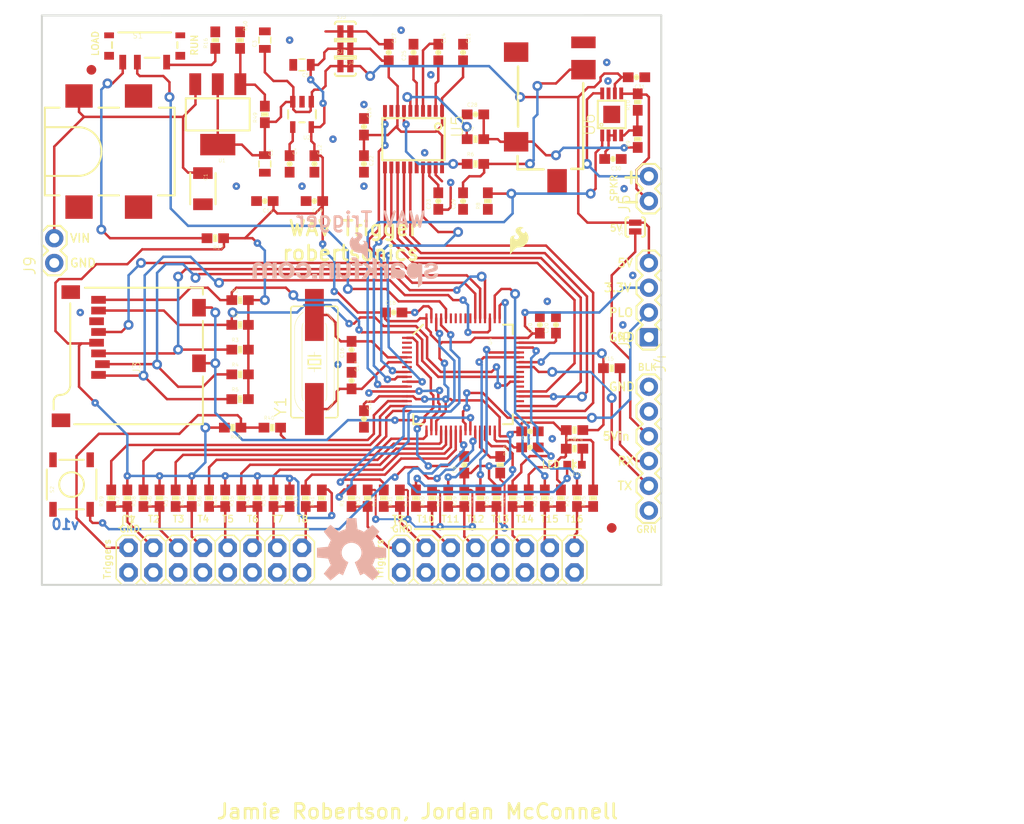
<source format=kicad_pcb>
(kicad_pcb (version 20211014) (generator pcbnew)
  (layers (0 "F.Cu" signal) (31 "B.Cu" signal) (34 "B.Paste" user) (35 "F.Paste" user) (36 "B.SilkS" user "B.Silkscreen") (37 "F.SilkS" user "F.Silkscreen") (38 "B.Mask" user) (39 "F.Mask" user) (44 "Edge.Cuts" user))
  (net 0 "")
  (net 1 "GND")
  (net 2 "+5V")
  (net 3 "N$2")
  (net 4 "VCC")
  (net 5 "N$3")
  (net 6 "N$4")
  (net 7 "N$5")
  (net 8 "N$6")
  (net 9 "N$8")
  (net 10 "SD_D1")
  (net 11 "SD_D0")
  (net 12 "SD_CMD")
  (net 13 "SD_D3")
  (net 14 "SD_D2")
  (net 15 "N$14")
  (net 16 "N$16")
  (net 17 "N$17")
  (net 18 "N$18")
  (net 19 "DEMP")
  (net 20 "N$15")
  (net 21 "N$19")
  (net 22 "LOUTR")
  (net 23 "LOUTL")
  (net 24 "FILTER")
  (net 25 "I2S_MCLK")
  (net 26 "I2S_BCLK")
  (net 27 "I2S_DOUT")
  (net 28 "I2S_LRCK")
  (net 29 "MUTE")
  (net 30 "N$20")
  (net 31 "N$29")
  (net 32 "SPKR-")
  (net 33 "SPKR+")
  (net 34 "AMPENA")
  (net 35 "SD_CK")
  (net 36 "TXD")
  (net 37 "N$9")
  (net 38 "RXD")
  (net 39 "N$7")
  (net 40 "BOOT0")
  (net 41 "N$10")
  (net 42 "NRST")
  (net 43 "N$11")
  (net 44 "LED1")
  (net 45 "N$12")
  (net 46 "TRIG00")
  (net 47 "TRIG01")
  (net 48 "TRIG02")
  (net 49 "TRIG03")
  (net 50 "TRIG04")
  (net 51 "TRIG05")
  (net 52 "TRIG06")
  (net 53 "TRIG07")
  (net 54 "N$32")
  (net 55 "PLAYOUT")
  (net 56 "SD_CD")
  (net 57 "N$35")
  (net 58 "N$36")
  (net 59 "N$37")
  (net 60 "N$38")
  (net 61 "N$39")
  (net 62 "N$40")
  (net 63 "N$41")
  (net 64 "N$42")
  (net 65 "N$1")
  (net 66 "N$23")
  (net 67 "N$24")
  (net 68 "N$25")
  (net 69 "N$26")
  (net 70 "N$27")
  (net 71 "N$28")
  (net 72 "N$30")
  (net 73 "TRIG08")
  (net 74 "TRIG09")
  (net 75 "TRIG10")
  (net 76 "TRIG11")
  (net 77 "TRIG12")
  (net 78 "TRIG13")
  (net 79 "TRIG14")
  (net 80 "TRIG15")
  (net 81 "N$13")
  (net 82 "BUTTON")
  (net 83 "VIN")
  (footprint "boardEagle:0603-RES" (layer "F.Cu") (at 155.1051 125.3236 90)
    (fp_text reference "R13")
    (fp_text value "100")
  )
  (footprint "boardEagle:SFE-LOGO-FLAME" (layer "F.Cu") (at 164.7571 100.3046)
    (fp_text reference "LOGO3" hide)
    (fp_text value "LOGO-SFESK" hide)
  )
  (footprint "boardEagle:0603-RES" (layer "F.Cu") (at 163.3601 125.3236 90)
    (fp_text reference "R28")
    (fp_text value "DNP")
  )
  (footprint "boardEagle:0603-RES" (layer "F.Cu") (at 137.1981 125.3236 90)
    (fp_text reference "R35")
    (fp_text value "100")
  )
  (footprint "boardEagle:1X06" (layer "F.Cu") (at 178.9811 113.8936 -90)
    (fp_text reference "J4")
    (fp_text value "")
  )
  (footprint "boardEagle:PW_R-PDSO-G20" (layer "F.Cu") (at 154.8511 88.4936 180)
    (fp_text reference "U5")
    (fp_text value "PCM5100")
  )
  (footprint "boardEagle:0603-RES" (layer "F.Cu") (at 137.0711 110.0836)
    (fp_text reference "R3")
    (fp_text value "47K")
  )
  (footprint "boardEagle:0805" (layer "F.Cu") (at 139.6111 78.3336 90)
    (fp_text reference "C3")
    (fp_text value "2.2uF")
  )
  (footprint "boardEagle:0603-RES" (layer "F.Cu") (at 134.5311 78.3336 90)
    (fp_text reference "R16")
    (fp_text value "10K")
  )
  (footprint "boardEagle:0603-CAP" (layer "F.Cu") (at 159.9311 79.6036 -90)
    (fp_text reference "C21")
    (fp_text value "0.1uF")
  )
  (footprint "boardEagle:0603-CAP" (layer "F.Cu") (at 157.3911 94.8436 90)
    (fp_text reference "C23")
    (fp_text value "0.1uF")
  )
  (footprint "boardEagle:POWER_JACK_SMD" (layer "F.Cu") (at 120.5611 89.7636)
    (fp_text reference "J1" hide)
    (fp_text value "5.5x2.1mm Barrel" hide)
  )
  (footprint "boardEagle:0603-RES" (layer "F.Cu") (at 125.5141 125.3236 90)
    (fp_text reference "R47")
    (fp_text value "DNP")
  )
  (footprint "boardEagle:0603-CAP" (layer "F.Cu") (at 167.8051 107.5436 90)
    (fp_text reference "C10")
    (fp_text value "0.1uF")
  )
  (footprint "boardEagle:AUDIO-JACK-3.5MM-SMD" (layer "F.Cu") (at 168.8211 77.0636 -90)
    (fp_text reference "J2" hide)
    (fp_text value "" hide)
  )
  (footprint "boardEagle:1X04" (layer "F.Cu") (at 178.9811 108.8136 90)
    (fp_text reference "J8")
    (fp_text value "")
  )
  (footprint "boardEagle:0603-RES" (layer "F.Cu") (at 127.1651 125.3236 90)
    (fp_text reference "R38")
    (fp_text value "100")
  )
  (footprint "boardEagle:0603-RES" (layer "F.Cu") (at 175.1711 111.9886)
    (fp_text reference "R15")
    (fp_text value "100")
  )
  (footprint "boardEagle:0805" (layer "F.Cu") (at 139.6111 91.0336 -90)
    (fp_text reference "C2")
    (fp_text value "10uF")
  )
  (footprint "boardEagle:0603-CAP" (layer "F.Cu") (at 144.6911 91.0336 -90)
    (fp_text reference "C12")
    (fp_text value "4.7uF")
  )
  (footprint "boardEagle:0603-RES" (layer "F.Cu") (at 162.4711 94.8436 90)
    (fp_text reference "R8")
    (fp_text value "10K")
  )
  (footprint "boardEagle:0603-RES" (layer "F.Cu") (at 137.0711 78.3336 -90)
    (fp_text reference "R50")
    (fp_text value "715")
  )
  (footprint "boardEagle:TACTILE_SWITCH_SMD" (layer "F.Cu") (at 119.7991 123.9266 90)
    (fp_text reference "S2")
    (fp_text value "SWITCH-MOMENTARY-2SMD")
  )
  (footprint "boardEagle:0603-RES" (layer "F.Cu") (at 145.4531 125.3236 90)
    (fp_text reference "R41")
    (fp_text value "DNP")
  )
  (footprint "boardEagle:0603-RES" (layer "F.Cu") (at 161.2011 91.0336)
    (fp_text reference "R6")
    (fp_text value "470")
  )
  (footprint "boardEagle:0603-RES" (layer "F.Cu") (at 165.0111 125.3236 90)
    (fp_text reference "R22")
    (fp_text value "100")
  )
  (footprint "boardEagle:STAND-OFF" (layer "F.Cu") (at 119.2911 131.6736)
    (fp_text reference "STANDOFF1" hide)
    (fp_text value "STAND-OFF" hide)
  )
  (footprint "boardEagle:0603-CAP" (layer "F.Cu") (at 152.8191 106.2736)
    (fp_text reference "C18")
    (fp_text value "0.1uF")
  )
  (footprint "boardEagle:0603-CAP" (layer "F.Cu") (at 177.7111 82.1436 180)
    (fp_text reference "C31")
    (fp_text value "1uF")
  )
  (footprint "boardEagle:SWITCH-SPST-SMD-A" (layer "F.Cu") (at 127.2921 78.8416)
    (fp_text reference "S1")
    (fp_text value "")
  )
  (footprint "boardEagle:0805" (layer "F.Cu") (at 143.4211 80.8736 180)
    (fp_text reference "C5")
    (fp_text value "2.2uF")
  )
  (footprint "boardEagle:0603-RES" (layer "F.Cu") (at 177.8381 84.6836 90)
    (fp_text reference "R10")
    (fp_text value "10K")
  )
  (footprint "boardEagle:0603-RES" (layer "F.Cu") (at 136.3091 118.0846 180)
    (fp_text reference "R48")
    (fp_text value "DNP")
  )
  (footprint "boardEagle:0603-CAP" (layer "F.Cu") (at 149.7711 117.1956 -90)
    (fp_text reference "C13")
    (fp_text value "0.1uF")
  )
  (footprint "boardEagle:0603-RES" (layer "F.Cu") (at 177.8381 88.4936 90)
    (fp_text reference "R9")
    (fp_text value "22K")
  )
  (footprint "boardEagle:0603-RES" (layer "F.Cu") (at 171.3611 120.2436)
    (fp_text reference "R19")
    (fp_text value "330")
  )
  (footprint "boardEagle:0603-CAP" (layer "F.Cu") (at 152.3111 79.6036 -90)
    (fp_text reference "C27")
    (fp_text value "10uF")
  )
  (footprint "boardEagle:0603-RES" (layer "F.Cu") (at 137.0711 112.6236)
    (fp_text reference "R4")
    (fp_text value "47K")
  )
  (footprint "boardEagle:0603-RES" (layer "F.Cu") (at 171.3611 118.3386 180)
    (fp_text reference "R14")
    (fp_text value "10K")
  )
  (footprint "boardEagle:0603-CAP" (layer "F.Cu") (at 148.5011 113.2586 -90)
    (fp_text reference "C17")
    (fp_text value "33pF")
  )
  (footprint "boardEagle:0603-RES" (layer "F.Cu") (at 138.8491 125.3236 90)
    (fp_text reference "R43")
    (fp_text value "DNP")
  )
  (footprint "boardEagle:0603-CAP" (layer "F.Cu") (at 166.7891 118.4656)
    (fp_text reference "C15")
    (fp_text value "0.1uF")
  )
  (footprint "boardEagle:0603-CAP" (layer "F.Cu") (at 166.7891 120.1166)
    (fp_text reference "C14")
    (fp_text value "2.2uF")
  )
  (footprint "boardEagle:HC49UP" (layer "F.Cu") (at 144.6911 111.3536 90)
    (fp_text reference "Y1")
    (fp_text value "8MHz")
  )
  (footprint "boardEagle:0603-CAP" (layer "F.Cu") (at 159.9311 94.8436 90)
    (fp_text reference "C29")
    (fp_text value "2200pF")
  )
  (footprint "boardEagle:0603-RES" (layer "F.Cu") (at 161.7091 125.3236 90)
    (fp_text reference "R21")
    (fp_text value "100")
  )
  (footprint "boardEagle:0603-CAP" (layer "F.Cu") (at 144.6911 94.8436 180)
    (fp_text reference "C19")
    (fp_text value "0.1uF")
  )
  (footprint "boardEagle:0603-RES" (layer "F.Cu") (at 137.0711 105.0036)
    (fp_text reference "R1")
    (fp_text value "47K")
  )
  (footprint "boardEagle:TQFP64" (layer "F.Cu") (at 159.9311 112.6236 -90)
    (fp_text reference "U4")
    (fp_text value "STM32F405RG")
  )
  (footprint "boardEagle:0603-RES" (layer "F.Cu") (at 139.6111 85.9536 90)
    (fp_text reference "R49")
    (fp_text value "240")
  )
  (footprint "boardEagle:0603-CAP" (layer "F.Cu") (at 149.7711 87.2236 -90)
    (fp_text reference "C26")
    (fp_text value "0.1uF")
  )
  (footprint "boardEagle:1X02" (layer "F.Cu") (at 118.0211 101.1936 90)
    (fp_text reference "J9")
    (fp_text value "")
  )
  (footprint "boardEagle:0603-RES" (layer "F.Cu") (at 142.1511 125.3236 90)
    (fp_text reference "R42")
    (fp_text value "DNP")
  )
  (footprint "boardEagle:0603-RES" (layer "F.Cu") (at 169.9641 125.3236 90)
    (fp_text reference "R26")
    (fp_text value "DNP")
  )
  (footprint "boardEagle:0603-RES" (layer "F.Cu") (at 156.7561 125.3236 90)
    (fp_text reference "R30")
    (fp_text value "DNP")
  )
  (footprint "boardEagle:0603-RES" (layer "F.Cu") (at 158.4071 125.3236 90)
    (fp_text reference "R18")
    (fp_text value "100")
  )
  (footprint "boardEagle:0603-RES" (layer "F.Cu") (at 133.8961 125.3236 90)
    (fp_text reference "R36")
    (fp_text value "100")
  )
  (footprint "boardEagle:SJ_2S-TRACE" (layer "F.Cu") (at 147.8661 77.4446)
    (fp_text reference "SJ5")
    (fp_text value "SOLDERJUMPERTRACE")
  )
  (footprint "boardEagle:FIDUCIAL-1X2" (layer "F.Cu") (at 121.8311 81.3816)
    (fp_text reference "FID1" hide)
    (fp_text value "FIDUCIAL1X2" hide)
  )
  (footprint "boardEagle:0603-RES" (layer "F.Cu") (at 148.5011 125.3236 90)
    (fp_text reference "R11")
    (fp_text value "100")
  )
  (footprint "boardEagle:CREATIVE_COMMONS" (layer "F.Cu") (at 134.5311 154.5336)
    (fp_text reference "FRAME2" hide)
    (fp_text value "FRAME-LEDGER" hide)
  )
  (footprint "boardEagle:SOT223" (layer "F.Cu") (at 134.7851 85.9536 180)
    (fp_text reference "U1")
    (fp_text value "")
  )
  (footprint "boardEagle:0603-CAP" (layer "F.Cu") (at 149.7711 91.0336 -90)
    (fp_text reference "C22")
    (fp_text value "0.1uF")
  )
  (footprint "boardEagle:0603-RES" (layer "F.Cu") (at 173.2661 125.3236 90)
    (fp_text reference "R25")
    (fp_text value "DNP")
  )
  (footprint "boardEagle:0603-RES" (layer "F.Cu") (at 166.6621 125.3236 90)
    (fp_text reference "R27")
    (fp_text value "DNP")
  )
  (footprint "boardEagle:0603-RES" (layer "F.Cu") (at 161.2011 88.4936)
    (fp_text reference "R7")
    (fp_text value "470")
  )
  (footprint "boardEagle:SJ_2S-TRACE" (layer "F.Cu") (at 147.8661 81.0006)
    (fp_text reference "SJ3")
    (fp_text value "SOLDERJUMPERTRACE")
  )
  (footprint "boardEagle:0603-CAP" (layer "F.Cu") (at 157.3911 79.6036 -90)
    (fp_text reference "C24")
    (fp_text value "2.2uF")
  )
  (footprint "boardEagle:STAND-OFF" (layer "F.Cu") (at 119.2911 78.3336)
    (fp_text reference "STANDOFF3" hide)
    (fp_text value "STAND-OFF" hide)
  )
  (footprint "boardEagle:0603-RES" (layer "F.Cu") (at 123.8631 125.3236 90)
    (fp_text reference "R39")
    (fp_text value "100")
  )
  (footprint "boardEagle:MICRO-SD-SOCKET-PP" (layer "F.Cu") (at 133.2611 103.7336 90)
    (fp_text reference "J3")
    (fp_text value "USD-SOCKETNEW")
  )
  (footprint "boardEagle:0603-CAP" (layer "F.Cu") (at 139.6111 94.8436 180)
    (fp_text reference "C11")
    (fp_text value "1uF")
  )
  (footprint "boardEagle:0603-RES" (layer "F.Cu") (at 137.0711 107.5436)
    (fp_text reference "R2")
    (fp_text value "47K")
  )
  (footprint "boardEagle:LED-0603" (layer "F.Cu") (at 171.3611 121.8946 90)
    (fp_text reference "LED1")
    (fp_text value "")
  )
  (footprint "boardEagle:0603-CAP" (layer "F.Cu") (at 154.8511 79.6036 90)
    (fp_text reference "C25")
    (fp_text value "2.2uF")
  )
  (footprint "boardEagle:0603-RES" (layer "F.Cu") (at 130.4671 125.3236 90)
    (fp_text reference "R37")
    (fp_text value "100")
  )
  (footprint "boardEagle:0603-RES" (layer "F.Cu") (at 134.5311 98.6536 180)
    (fp_text reference "R17")
    (fp_text value "10K")
  )
  (footprint "boardEagle:STAND-OFF" (layer "F.Cu") (at 177.7111 78.3336)
    (fp_text reference "STANDOFF4" hide)
    (fp_text value "STAND-OFF" hide)
  )
  (footprint "boardEagle:0603-RES" (layer "F.Cu") (at 151.8031 125.3236 90)
    (fp_text reference "R12")
    (fp_text value "100")
  )
  (footprint "boardEagle:0603-RES" (layer "F.Cu") (at 150.1521 125.3236 90)
    (fp_text reference "R32")
    (fp_text value "DNP")
  )
  (footprint "boardEagle:0603-RES" (layer "F.Cu") (at 140.3731 118.0846)
    (fp_text reference "R40")
    (fp_text value "100")
  )
  (footprint "boardEagle:0603-RES" (layer "F.Cu") (at 163.7411 121.8946 -90)
    (fp_text reference "R20")
    (fp_text value "10K")
  )
  (footprint "boardEagle:0603-RES" (layer "F.Cu") (at 171.6151 125.3236 90)
    (fp_text reference "R24")
    (fp_text value "100")
  )
  (footprint "boardEagle:SOT23-5" (layer "F.Cu") (at 143.4211 85.9536 180)
    (fp_text reference "U2")
    (fp_text value "MIC5323-3.3")
  )
  (footprint "boardEagle:0603-RES" (layer "F.Cu") (at 132.1181 125.3236 90)
    (fp_text reference "R45")
    (fp_text value "DNP")
  )
  (footprint "boardEagle:0603-CAP" (layer "F.Cu") (at 169.4561 107.5436 90)
    (fp_text reference "C20")
    (fp_text value "2.2uF")
  )
  (footprint "boardEagle:0603-CAP" (layer "F.Cu") (at 175.2981 90.5256 180)
    (fp_text reference "C30")
    (fp_text value "1uF")
  )
  (footprint "boardEagle:FIDUCIAL-1X2" (layer "F.Cu") (at 175.1711 128.3716)
    (fp_text reference "FID2" hide)
    (fp_text value "FIDUCIAL1X2" hide)
  )
  (footprint "boardEagle:0603-RES" (layer "F.Cu") (at 143.8021 125.3236 90)
    (fp_text reference "R33")
    (fp_text value "100")
  )
  (footprint "boardEagle:0603-CAP" (layer "F.Cu") (at 148.5011 110.0836 90)
    (fp_text reference "C16")
    (fp_text value "33pF")
  )
  (footprint "boardEagle:2X8" (layer "F.Cu") (at 153.5811 132.9436)
    (fp_text reference "J6")
    (fp_text value "M08X2")
  )
  (footprint "boardEagle:0603-RES" (layer "F.Cu") (at 128.8161 125.3236 90)
    (fp_text reference "R46")
    (fp_text value "DNP")
  )
  (footprint "boardEagle:STAND-OFF" (layer "F.Cu") (at 177.7111 131.6736)
    (fp_text reference "STANDOFF2" hide)
    (fp_text value "STAND-OFF" hide)
  )
  (footprint "boardEagle:0603-RES" (layer "F.Cu") (at 137.0711 115.1636)
    (fp_text reference "R5")
    (fp_text value "47K")
  )
  (footprint "boardEagle:0603-RES" (layer "F.Cu") (at 153.4541 125.3236 90)
    (fp_text reference "R31")
    (fp_text value "DNP")
  )
  (footprint "boardEagle:0603-CAP" (layer "F.Cu") (at 161.2011 85.9536)
    (fp_text reference "C28")
    (fp_text value "2200pF")
  )
  (footprint "boardEagle:S-PDSO-G08" (layer "F.Cu") (at 175.1711 85.9536)
    (fp_text reference "U6")
    (fp_text value "LM4990")
  )
  (footprint "boardEagle:SJ_2S-NO" (layer "F.Cu") (at 177.5841 97.5106 90)
    (fp_text reference "SJ2")
    (fp_text value "SOLDERJUMPERNO")
  )
  (footprint "boardEagle:2X8" (layer "F.Cu") (at 125.6411 132.9436)
    (fp_text reference "J7")
    (fp_text value "M08X2")
  )
  (footprint "boardEagle:0603-RES" (layer "F.Cu") (at 160.0581 125.3236 90)
    (fp_text reference "R29")
    (fp_text value "DNP")
  )
  (footprint "boardEagle:0603-CAP" (layer "F.Cu") (at 160.0581 121.8946 90)
    (fp_text reference "C9")
    (fp_text value "0.1uF")
  )
  (footprint "boardEagle:1210" (layer "F.Cu") (at 133.2611 93.5736 -90)
    (fp_text reference "C1")
    (fp_text value "10uF")
  )
  (footprint "boardEagle:0603-RES" (layer "F.Cu") (at 168.3131 125.3236 90)
    (fp_text reference "R23")
    (fp_text value "100")
  )
  (footprint "boardEagle:1X02" (layer "F.Cu") (at 178.9811 94.8436 90)
    (fp_text reference "J5")
    (fp_text value "")
  )
  (footprint "boardEagle:0603-RES" (layer "F.Cu") (at 140.5001 125.3236 90)
    (fp_text reference "R34")
    (fp_text value "100")
  )
  (footprint "boardEagle:0603-CAP" (layer "F.Cu") (at 142.1511 91.0336 -90)
    (fp_text reference "C4")
    (fp_text value "0.1uF")
  )
  (footprint "boardEagle:SJ_2S-TRACE" (layer "F.Cu") (at 147.8661 79.2226 180)
    (fp_text reference "SJ4")
    (fp_text value "SOLDERJUMPERTRACE")
  )
  (footprint "boardEagle:0603-RES" (layer "F.Cu") (at 135.5471 125.3236 90)
    (fp_text reference "R44")
    (fp_text value "DNP")
  )
  (footprint "boardEagle:SFE-NEW-WEBLOGO" (layer "B.Cu") (at 157.3911 103.7336 180)
    (fp_text reference "LOGO2" hide)
    (fp_text value "LOGO-SFENEW" hide)
  )
  (footprint "boardEagle:OSHW-LOGO-L" (layer "B.Cu") (at 148.5011 130.9116 180)
    (fp_text reference "LOGO1" hide)
    (fp_text value "OSHW-LOGOL" hide)
  )
  (gr_line (start 154.9781 128.4986) (end 171.9961 128.4986) (layer "F.SilkS") (width 0.2032))
  (gr_line (start 127.0381 128.4986) (end 144.0561 128.4986) (layer "F.SilkS") (width 0.2032))
  (gr_line (start 180.2511 75.7936) (end 116.7511 75.8036) (layer "Edge.Cuts") (width 0.2032))
  (gr_line (start 180.2511 134.2136) (end 180.2511 75.7936) (layer "Edge.Cuts") (width 0.2032))
  (gr_line (start 116.7511 75.8036) (end 116.7511 134.2136) (layer "Edge.Cuts") (width 0.2032))
  (gr_line (start 116.7511 134.2136) (end 180.2511 134.2136) (layer "Edge.Cuts") (width 0.2032))
  (gr_text "v10" (at 120.6881 128.6256) (layer "B.Cu") (effects (font (size 1.0414 1.0414) (thickness 0.2286)) (justify left bottom mirror)))
  (gr_text "WAV Trigger" (at 156.2481 97.6376) (layer "B.SilkS") (effects (font (size 1.5113 1.5113) (thickness 0.2667)) (justify left bottom mirror)))
  (gr_text "T13" (at 162.7251 127.8636) (layer "F.SilkS") (effects (font (size 0.69088 0.69088) (thickness 0.12192)) (justify left bottom)))
  (gr_text "5Vin" (at 174.1551 119.4816) (layer "F.SilkS") (effects (font (size 0.8636 0.8636) (thickness 0.1524)) (justify left bottom)))
  (gr_text "Jamie Robertson, Jordan McConnell" (at 134.5311 158.3436) (layer "F.SilkS") (effects (font (size 1.5113 1.5113) (thickness 0.2667)) (justify left bottom)))
  (gr_text "robertsonics" (at 141.2621 101.0666) (layer "F.SilkS") (effects (font (size 1.5113 1.5113) (thickness 0.2667)) (justify left bottom)))
  (gr_text "VIN" (at 119.5451 99.1616) (layer "F.SilkS") (effects (font (size 0.8636 0.8636) (thickness 0.1524)) (justify left bottom)))
  (gr_text "T12" (at 160.1851 127.8636) (layer "F.SilkS") (effects (font (size 0.69088 0.69088) (thickness 0.12192)) (justify left bottom)))
  (gr_text "T6" (at 137.7061 127.8636) (layer "F.SilkS") (effects (font (size 0.69088 0.69088) (thickness 0.12192)) (justify left bottom)))
  (gr_text "3.3V" (at 174.2821 104.2416) (layer "F.SilkS") (effects (font (size 0.8636 0.8636) (thickness 0.1524)) (justify left bottom)))
  (gr_text "GND" (at 174.7901 114.4016) (layer "F.SilkS") (effects (font (size 0.8636 0.8636) (thickness 0.1524)) (justify left bottom)))
  (gr_text "5V" (at 175.6791 101.7016) (layer "F.SilkS") (effects (font (size 0.8636 0.8636) (thickness 0.1524)) (justify left bottom)))
  (gr_text "RUN" (at 131.9911 77.6986 90) (layer "F.SilkS") (effects (font (size 0.69088 0.69088) (thickness 0.12192)) (justify right top)))
  (gr_text "T16" (at 170.3451 127.8636) (layer "F.SilkS") (effects (font (size 0.69088 0.69088) (thickness 0.12192)) (justify left bottom)))
  (gr_text "LOAD" (at 121.8311 77.3176 90) (layer "F.SilkS") (effects (font (size 0.69088 0.69088) (thickness 0.12192)) (justify right top)))
  (gr_text "SPKR" (at 175.8061 94.9706 90) (layer "F.SilkS") (effects (font (size 0.69088 0.69088) (thickness 0.12192)) (justify left bottom)))
  (gr_text "T7" (at 140.2461 127.8636) (layer "F.SilkS") (effects (font (size 0.69088 0.69088) (thickness 0.12192)) (justify left bottom)))
  (gr_text "GRN" (at 179.8701 128.1176) (layer "F.SilkS") (effects (font (size 0.69088 0.69088) (thickness 0.12192)) (justify right top)))
  (gr_text "LED" (at 167.9321 122.2756) (layer "F.SilkS") (effects (font (size 0.69088 0.69088) (thickness 0.12192)) (justify left bottom)))
  (gr_text "Triggers" (at 123.8631 133.7056 90) (layer "F.SilkS") (effects (font (size 0.69088 0.69088) (thickness 0.12192)) (justify left bottom)))
  (gr_text "GND" (at 124.6251 128.8796) (layer "F.SilkS") (effects (font (size 0.69088 0.69088) (thickness 0.12192)) (justify left bottom)))
  (gr_text "BLK" (at 179.8701 111.4806) (layer "F.SilkS") (effects (font (size 0.69088 0.69088) (thickness 0.12192)) (justify right top)))
  (gr_text "T1" (at 125.0061 127.8636) (layer "F.SilkS") (effects (font (size 0.69088 0.69088) (thickness 0.12192)) (justify left bottom)))
  (gr_text "PLO" (at 174.7901 106.7816) (layer "F.SilkS") (effects (font (size 0.8636 0.8636) (thickness 0.1524)) (justify left bottom)))
  (gr_text "T3" (at 130.0861 127.8636) (layer "F.SilkS") (effects (font (size 0.69088 0.69088) (thickness 0.12192)) (justify left bottom)))
  (gr_text "T2" (at 127.5461 127.8636) (layer "F.SilkS") (effects (font (size 0.69088 0.69088) (thickness 0.12192)) (justify left bottom)))
  (gr_text "GND" (at 174.7901 109.3216) (layer "F.SilkS") (effects (font (size 0.8636 0.8636) (thickness 0.1524)) (justify left bottom)))
  (gr_text "+" (at 176.0601 93.1926) (layer "F.SilkS") (effects (font (size 1.5113 1.5113) (thickness 0.2667)) (justify left bottom)))
  (gr_text "T14" (at 165.2651 127.8636) (layer "F.SilkS") (effects (font (size 0.69088 0.69088) (thickness 0.12192)) (justify left bottom)))
  (gr_text "T15" (at 167.8051 127.8636) (layer "F.SilkS") (effects (font (size 0.69088 0.69088) (thickness 0.12192)) (justify left bottom)))
  (gr_text "5V" (at 174.9171 98.0186) (layer "F.SilkS") (effects (font (size 0.69088 0.69088) (thickness 0.12192)) (justify left bottom)))
  (gr_text "T11" (at 157.6451 127.8636) (layer "F.SilkS") (effects (font (size 0.69088 0.69088) (thickness 0.12192)) (justify left bottom)))
  (gr_text "T5" (at 135.1661 127.8636) (layer "F.SilkS") (effects (font (size 0.69088 0.69088) (thickness 0.12192)) (justify left bottom)))
  (gr_text "T9" (at 152.5651 127.8636) (layer "F.SilkS") (effects (font (size 0.69088 0.69088) (thickness 0.12192)) (justify left bottom)))
  (gr_text "-" (at 176.0601 95.7326) (layer "F.SilkS") (effects (font (size 1.5113 1.5113) (thickness 0.2667)) (justify left bottom)))
  (gr_text "RX" (at 175.6791 122.0216) (layer "F.SilkS") (effects (font (size 0.8636 0.8636) (thickness 0.1524)) (justify left bottom)))
  (gr_text "T4" (at 132.6261 127.8636) (layer "F.SilkS") (effects (font (size 0.69088 0.69088) (thickness 0.12192)) (justify left bottom)))
  (gr_text "TX" (at 175.6791 124.5616) (layer "F.SilkS") (effects (font (size 0.8636 0.8636) (thickness 0.1524)) (justify left bottom)))
  (gr_text "Triggers" (at 151.8031 133.7056 90) (layer "F.SilkS") (effects (font (size 0.69088 0.69088) (thickness 0.12192)) (justify left bottom)))
  (gr_text "GND" (at 152.5651 128.8796) (layer "F.SilkS") (effects (font (size 0.69088 0.69088) (thickness 0.12192)) (justify left bottom)))
  (gr_text "T10" (at 155.1051 127.8636) (layer "F.SilkS") (effects (font (size 0.69088 0.69088) (thickness 0.12192)) (justify left bottom)))
  (gr_text "T8" (at 142.7861 127.8636) (layer "F.SilkS") (effects (font (size 0.69088 0.69088) (thickness 0.12192)) (justify left bottom)))
  (gr_text "WAV Trigger" (at 141.8971 98.5266) (layer "F.SilkS") (effects (font (size 1.5113 1.5113) (thickness 0.2667)) (justify left bottom)))
  (gr_text "GND" (at 119.5451 101.7016) (layer "F.SilkS") (effects (font (size 0.8636 0.8636) (thickness 0.1524)) (justify left bottom)))
  (segment (start 157.3911 115.5446) (end 157.3911 114.4016) (width 0.254) (layer "F.Cu") (net 1))
  (segment (start 156.6811 106.8736) (end 156.6811 105.9446) (width 0.254) (layer "F.Cu") (net 1))
  (segment (start 158.4071 95.7326) (end 157.4301 95.7326) (width 0.254) (layer "F.Cu") (net 1))
  (segment (start 156.6811 118.3736) (end 156.6811 117.1436) (width 0.254) (layer "F.Cu") (net 1))
  (segment (start 158.6611 95.4786) (end 158.4071 95.7326) (width 0.254) (layer "F.Cu") (net 1))
  (segment (start 156.6811 105.9446) (end 156.3751 105.6386) (width 0.254) (layer "F.Cu") (net 1))
  (segment (start 157.5181 116.3066) (end 157.5181 115.6716) (width 0.254) (layer "F.Cu") (net 1))
  (segment (start 163.7411 123.4186) (end 164.1856 123.7996) (width 0.2032) (layer "F.Cu") (net 1))
  (segment (start 150.0251 77.4446) (end 148.3741 77.4446) (width 0.254) (layer "F.Cu") (net 1))
  (segment (start 157.5181 115.6716) (end 157.3911 115.5446) (width 0.254) (layer "F.Cu") (net 1))
  (segment (start 158.6611 93.4466) (end 158.6611 95.4786) (width 0.254) (layer "F.Cu") (net 1))
  (segment (start 150.4341 114.3736) (end 154.1811 114.3736) (width 0.254) (layer "F.Cu") (net 1))
  (segment (start 157.1261 91.3936) (end 157.1261 92.1656) (width 0.254) (layer "F.Cu") (net 1))
  (segment (start 155.3871 114.3736) (end 154.1811 114.3736) (width 0.254) (layer "F.Cu") (net 1))
  (segment (start 155.4226 114.3381) (end 155.3871 114.3736) (width 0.254) (layer "F.Cu") (net 1))
  (segment (start 157.4301 95.7326) (end 157.3911 95.6936) (width 0.254) (layer "F.Cu") (net 1))
  (segment (start 157.3911 114.4016) (end 157.5181 114.2746) (width 0.254) (layer "F.Cu") (net 1))
  (segment (start 145.8341 77.4446) (end 147.3581 77.4446) (width 0.254) (layer "F.Cu") (net 1))
  (segment (start 151.3341 78.7536) (end 150.0251 77.4446) (width 0.254) (layer "F.Cu") (net 1))
  (segment (start 157.1261 92.1656) (end 157.7721 92.8116) (width 0.254) (layer "F.Cu") (net 1))
  (segment (start 156.6811 117.1436) (end 157.5181 116.3066) (width 0.254) (layer "F.Cu") (net 1))
  (segment (start 155.2321 106.2736) (end 153.6691 106.2736) (width 0.254) (layer "F.Cu") (net 1))
  (segment (start 150.4341 114.3736) (end 150.2791 114.5286) (width 0.254) (layer "F.Cu") (net 1))
  (segment (start 163.7411 122.7446) (end 163.7411 123.4186) (width 0.2032) (layer "F.Cu") (net 1))
  (segment (start 152.3111 78.7536) (end 151.3341 78.7536) (width 0.254) (layer "F.Cu") (net 1))
  (segment (start 155.8671 105.6386) (end 155.2321 106.2736) (width 0.254) (layer "F.Cu") (net 1))
  (segment (start 147.3581 77.4446) (end 148.3741 77.4446) (width 0.254) (layer "F.Cu") (net 1))
  (segment (start 164.1856 123.7996) (end 164.1856 128.3716) (width 0.2032) (layer "F.Cu") (net 1))
  (segment (start 156.3751 105.6386) (end 155.8671 105.6386) (width 0.254) (layer "F.Cu") (net 1))
  (via (at 154.9781 106.2736) (size 0.762) (drill 0.254) (layers "F.Cu" "B.Cu") (net 1))
  (via (at 174.6631 80.6196) (size 0.762) (drill 0.254) (layers "F.Cu" "B.Cu") (net 1))
  (via (at 169.0751 119.2276) (size 0.762) (drill 0.254) (layers "F.Cu" "B.Cu") (net 1))
  (via (at 149.7711 84.9376) (size 0.762) (drill 0.254) (layers "F.Cu" "B.Cu") (net 1))
  (via (at 176.4411 93.5736) (size 0.762) (drill 0.254) (layers "F.Cu" "B.Cu") (net 1))
  (via (at 157.5181 114.2746) (size 0.762) (drill 0.254) (layers "F.Cu" "B.Cu") (net 1))
  (via (at 146.5961 88.4936) (size 0.762) (drill 0.254) (layers "F.Cu" "B.Cu") (net 1))
  (via (at 176.3141 107.5436) (size 0.762) (drill 0.254) (layers "F.Cu" "B.Cu") (net 1))
  (via (at 143.4211 93.3196) (size 0.762) (drill 0.254) (layers "F.Cu" "B.Cu") (net 1))
  (via (at 155.9941 89.8906) (size 0.762) (drill 0.254) (layers "F.Cu" "B.Cu") (net 1))
  (via (at 164.1856 128.3716) (size 0.762) (drill 0.254) (layers "F.Cu" "B.Cu") (net 1))
  (via (at 136.6901 93.3196) (size 0.762) (drill 0.254) (layers "F.Cu" "B.Cu") (net 1))
  (via (at 147.1041 111.6076) (size 0.762) (drill 0.254) (layers "F.Cu" "B.Cu") (net 1))
  (via (at 120.6881 106.2736) (size 0.762) (drill 0.254) (layers "F.Cu" "B.Cu") (net 1))
  (via (at 142.1511 78.3336) (size 0.762) (drill 0.254) (layers "F.Cu" "B.Cu") (net 1))
  (via (at 156.6291 81.8896) (size 0.762) (drill 0.254) (layers "F.Cu" "B.Cu") (net 1))
  (via (at 153.5811 77.3176) (size 0.762) (drill 0.254) (layers "F.Cu" "B.Cu") (net 1))
  (via (at 158.6611 92.9386) (size 0.762) (drill 0.254) (layers "F.Cu" "B.Cu") (net 1))
  (via (at 155.4226 114.3381) (size 0.762) (drill 0.254) (layers "F.Cu" "B.Cu") (net 1))
  (via (at 174.7901 82.5246) (size 0.762) (drill 0.254) (layers "F.Cu" "B.Cu") (net 1))
  (via (at 149.7711 93.3196) (size 0.762) (drill 0.254) (layers "F.Cu" "B.Cu") (net 1))
  (via (at 168.5671 105.1306) (size 0.762) (drill 0.254) (layers "F.Cu" "B.Cu") (net 1))
  (via (at 150.2791 114.5286) (size 0.762) (drill 0.254) (layers "F.Cu" "B.Cu") (net 1))
  (via (at 177.3301 102.4636) (size 0.762) (drill 0.254) (layers "F.Cu" "B.Cu") (net 1))
  (segment (start 157.5181 114.2746) (end 155.4226 114.3381) (width 0.254) (layer "B.Cu") (net 1))
  (segment (start 164.1856 128.3716) (end 163.7411 127.8636) (width 0.254) (layer "B.Cu") (net 1))
  (segment (start 144.4371 83.6676) (end 144.4371 84.5875) (width 0.254) (layer "F.Cu") (net 2))
  (segment (start 142.5321 83.1596) (end 141.8971 82.5246) (width 0.254) (layer "F.Cu") (net 2))
  (segment (start 174.0281 82.5246) (end 174.0281 82.1436) (width 0.254) (layer "F.Cu") (net 2))
  (segment (start 145.4531 83.4136) (end 144.6911 83.4136) (width 0.254) (layer "F.Cu") (net 2))
  (segment (start 142.7861 85.6996) (end 144.1831 85.6996) (width 0.254) (layer "F.Cu") (net 2))
  (segment (start 142.441 84.6836) (end 142.4711 84.6535) (width 0.254) (layer "F.Cu") (net 2))
  (segment (start 146.3421 81.0006) (end 145.8341 81.5086) (width 0.254) (layer "F.Cu") (net 2))
  (segment (start 174.4091 81.7626) (end 175.8061 81.7626) (width 0.254) (layer "F.Cu") (net 2))
  (segment (start 176.1871 82.1436) (end 176.8611 82.1436) (width 0.254) (layer "F.Cu") (net 2))
  (segment (start 175.4961 82.8346) (end 176.1871 82.1436) (width 0.254) (layer "F.Cu") (net 2))
  (segment (start 150.4061 82.0166) (end 149.3901 81.0006) (width 0.254) (layer "F.Cu") (net 2))
  (segment (start 175.8061 81.7626) (end 176.1871 82.1436) (width 0.254) (layer "F.Cu") (net 2))
  (segment (start 139.6111 90.1336) (end 139.6111 86.8036) (width 0.254) (layer "F.Cu") (net 2))
  (segment (start 173.3931 83.1596) (end 172.7581 83.1596) (width 0.254) (layer "F.Cu") (net 2))
  (segment (start 144.3101 85.5726) (end 144.3101 84.7145) (width 0.254) (layer "F.Cu") (net 2))
  (segment (start 177.6421 97.0026) (end 177.5841 97.0606) (width 0.254) (layer "F.Cu") (net 2))
  (segment (start 172.7581 83.1596) (end 171.7421 84.1756) (width 0.254) (layer "F.Cu") (net 2))
  (segment (start 142.5321 84.5925) (end 142.5321 83.1596) (width 0.254) (layer "F.Cu") (net 2))
  (segment (start 142.5321 84.5925) (end 142.5321 85.4456) (width 0.254) (layer "F.Cu") (net 2))
  (segment (start 178.9811 101.1936) (end 178.9811 97.5106) (width 0.254) (layer "F.Cu") (net 2))
  (segment (start 171.7421 84.1756) (end 171.7421 96.1136) (width 0.254) (layer "F.Cu") (net 2))
  (segment (start 144.1831 85.6996) (end 144.3101 85.5726) (width 0.254) (layer "F.Cu") (net 2))
  (segment (start 149.3901 81.0006) (end 148.3741 81.0006) (width 0.254) (layer "F.Cu") (net 2))
  (segment (start 175.4961 83.7969) (end 175.4961 82.8346) (width 0.254) (layer "F.Cu") (net 2))
  (segment (start 142.441 84.6836) (end 141.7701 84.6836) (width 0.254) (layer "F.Cu") (net 2))
  (segment (start 174.0281 82.1436) (end 174.4091 81.7626) (width 0.254) (layer "F.Cu") (net 2))
  (segment (start 147.3581 81.0006) (end 148.3741 81.0006) (width 0.254) (layer "F.Cu") (net 2))
  (segment (start 134.7851 89.0526) (end 137.2491 89.0526) (width 0.254) (layer "F.Cu") (net 2))
  (segment (start 145.8341 83.0326) (end 145.4531 83.4136) (width 0.254) (layer "F.Cu") (net 2))
  (segment (start 144.4371 84.5875) (end 144.3711 84.6535) (width 0.254) (layer "F.Cu") (net 2))
  (segment (start 141.2621 86.2076) (end 140.7541 86.7156) (width 0.254) (layer "F.Cu") (net 2))
  (segment (start 137.2491 89.0526) (end 138.3411 90.1446) (width 0.254) (layer "F.Cu") (net 2))
  (segment (start 171.7421 96.1136) (end 172.6891 97.0606) (width 0.254) (layer "F.Cu") (net 2))
  (segment (start 134.7851 82.8548) (end 134.7851 89.0526) (width 0.254) (layer "F.Cu") (net 2))
  (segment (start 142.5321 84.5925) (end 142.4711 84.6535) (width 0.254) (layer "F.Cu") (net 2))
  (segment (start 141.2621 85.1916) (end 141.2621 86.2076) (width 0.254) (layer "F.Cu") (net 2))
  (segment (start 140.5001 82.5246) (end 141.8971 82.5246) (width 0.254) (layer "F.Cu") (net 2))
  (segment (start 139.6991 86.7156) (end 139.6111 86.8036) (width 0.254) (layer "F.Cu") (net 2))
  (segment (start 172.6891 97.0606) (end 177.5841 97.0606) (width 0.254) (layer "F.Cu") (net 2))
  (segment (start 174.0281 82.5246) (end 173.3931 83.1596) (width 0.254) (layer "F.Cu") (net 2))
  (segment (start 139.6001 90.1446) (end 139.6111 90.1336) (width 0.254) (layer "F.Cu") (net 2))
  (segment (start 144.3101 84.7145) (end 144.3711 84.6535) (width 0.254) (layer "F.Cu") (net 2))
  (segment (start 177.5151 97.1296) (end 177.5841 97.0606) (width 0.254) (layer "F.Cu") (net 2))
  (segment (start 141.7701 84.6836) (end 141.2621 85.1916) (width 0.254) (layer "F.Cu") (net 2))
  (segment (start 138.3411 90.1446) (end 139.6001 90.1446) (width 0.254) (layer "F.Cu") (net 2))
  (segment (start 178.5311 97.0606) (end 177.5841 97.0606) (width 0.254) (layer "F.Cu") (net 2))
  (segment (start 146.3421 81.0006) (end 147.3581 81.0006) (width 0.254) (layer "F.Cu") (net 2))
  (segment (start 142.5321 85.4456) (end 142.7861 85.6996) (width 0.254) (layer "F.Cu") (net 2))
  (segment (start 178.9811 97.5106) (end 178.5311 97.0606) (width 0.254) (layer "F.Cu") (net 2))
  (segment (start 144.6911 83.4136) (end 144.4371 83.6676) (width 0.254) (layer "F.Cu") (net 2))
  (segment (start 165.7731 84.1756) (end 171.7421 84.1756) (width 0.254) (layer "F.Cu") (net 2))
  (segment (start 139.6111 81.6356) (end 139.6111 79.2336) (width 0.254) (layer "F.Cu") (net 2))
  (segment (start 140.7541 86.7156) (end 139.6991 86.7156) (width 0.254) (layer "F.Cu") (net 2))
  (segment (start 145.8341 81.5086) (end 145.8341 83.0326) (width 0.254) (layer "F.Cu") (net 2))
  (segment (start 140.5001 82.5246) (end 139.6111 81.6356) (width 0.254) (layer "F.Cu") (net 2))
  (via (at 150.4061 82.0166) (size 1.016) (drill 0.508) (layers "F.Cu" "B.Cu") (net 2))
  (via (at 165.7731 84.1756) (size 1.016) (drill 0.508) (layers "F.Cu" "B.Cu") (net 2))
  (segment (start 162.5981 81.0006) (end 151.4221 81.0006) (width 0.254) (layer "B.Cu") (net 2))
  (segment (start 151.4221 81.0006) (end 150.4061 82.0166) (width 0.254) (layer "B.Cu") (net 2))
  (segment (start 162.5981 81.0006) (end 165.7731 84.1756) (width 0.254) (layer "B.Cu") (net 2))
  (segment (start 142.4711 87.2537) (end 142.4711 88.6816) (width 0.254) (layer "F.Cu") (net 3))
  (segment (start 142.1511 89.0016) (end 142.1511 90.1836) (width 0.254) (layer "F.Cu") (net 3))
  (segment (start 142.4711 88.6816) (end 142.1511 89.0016) (width 0.254) (layer "F.Cu") (net 3))
  (segment (start 167.7661 108.4326) (end 167.8051 108.3936) (width 0.254) (layer "F.Cu") (net 4))
  (segment (start 144.3101 80.8846) (end 144.3211 80.8736) (width 0.254) (layer "F.Cu") (net 4))
  (segment (start 167.0431 108.4326) (end 167.7661 108.4326) (width 0.254) (layer "F.Cu") (net 4))
  (segment (start 163.3601 124.4736) (end 163.3601 124.0536) (width 0.254) (layer "F.Cu") (net 4))
  (segment (start 153.2001 85.6196) (end 153.2261 85.5936) (width 0.254) (layer "F.Cu") (net 4))
  (segment (start 161.4551 122.0216) (end 162.5981 122.0216) (width 0.254) (layer "F.Cu") (net 4))
  (segment (start 155.5211 106.8736) (end 156.1811 106.8736) (width 0.254) (layer "F.Cu") (net 4))
  (segment (start 145.7071 84.9376) (end 145.5801 84.8106) (width 0.254) (layer "F.Cu") (net 4))
  (segment (start 163.6811 118.3736) (end 163.6811 118.9136) (width 0.254) (layer "F.Cu") (net 4))
  (segment (start 154.2796 124.5616) (end 154.2796 127.4826) (width 0.2032) (layer "F.Cu") (net 4))
  (segment (start 144.3711 87.2537) (end 145.296 87.2537) (width 0.254) (layer "F.Cu") (net 4))
  (segment (start 146.7231 104.1146) (end 146.9771 104.1146) (width 0.254) (layer "F.Cu") (net 4))
  (segment (start 169.9641 118.3386) (end 169.2021 117.5766) (width 0.254) (layer "F.Cu") (net 4))
  (segment (start 137.9211 115.1636) (end 137.9211 112.6236) (width 0.254) (layer "F.Cu") (net 4))
  (segment (start 149.7711 115.6716) (end 149.7711 116.3456) (width 0.254) (layer "F.Cu") (net 4))
  (segment (start 145.0721 80.8736) (end 144.3211 80.8736) (width 0.254) (layer "F.Cu") (net 4))
  (segment (start 153.2001 87.3506) (end 153.5811 87.7316) (width 0.254) (layer "F.Cu") (net 4))
  (segment (start 137.5791 98.6536) (end 138.3411 98.6536) (width 0.254) (layer "F.Cu") (net 4))
  (segment (start 170.3451 121.1326) (end 170.4721 121.0056) (width 0.254) (layer "F.Cu") (net 4))
  (segment (start 157.5181 109.4486) (end 156.6291 108.5596) (width 0.254) (layer "F.Cu") (net 4))
  (segment (start 160.7321 122.7446) (end 161.4551 122.0216) (width 0.254) (layer "F.Cu") (net 4))
  (segment (start 145.7071 80.2386) (end 145.0721 80.8736) (width 0.254) (layer "F.Cu") (net 4))
  (segment (start 142.1511 124.4736) (end 142.1511 123.2916) (width 0.254) (layer "F.Cu") (net 4))
  (segment (start 159.9311 82.1436) (end 159.9311 80.4536) (width 0.254) (layer "F.Cu") (net 4))
  (segment (start 163.6811 118.3736) (end 163.6811 117.0086) (width 0.254) (layer "F.Cu") (net 4))
  (segment (start 132.1181 124.4736) (end 132.1181 123.0376) (width 0.254) (layer "F.Cu") (net 4))
  (segment (start 152.1841 107.1626) (end 151.9301 106.9086) (width 0.254) (layer "F.Cu") (net 4))
  (segment (start 144.3101 82.3976) (end 144.3101 80.8846) (width 0.254) (layer "F.Cu") (net 4))
  (segment (start 145.7071 79.6036) (end 145.7071 80.2386) (width 0.254) (layer "F.Cu") (net 4))
  (segment (start 137.9211 112.6236) (end 137.9211 110.0836) (width 0.254) (layer "F.Cu") (net 4))
  (segment (start 164.5721 118.9736) (end 164.7571 118.7886) (width 0.254) (layer "F.Cu") (net 4))
  (segment (start 152.3111 80.4536) (end 151.6371 80.4536) (width 0.254) (layer "F.Cu") (net 4))
  (segment (start 135.5471 124.4736) (end 135.5471 123.0376) (width 0.254) (layer "F.Cu") (net 4))
  (segment (start 160.0581 124.4736) (end 160.7321 124.4736) (width 0.2032) (layer "F.Cu") (net 4))
  (segment (start 135.4201 99.5426) (end 135.4201 98.6926) (width 0.254) (layer "F.Cu") (net 4))
  (segment (start 165.9001 117.7036) (end 165.9001 118.4266) (width 0.254) (layer "F.Cu") (net 4))
  (segment (start 146.4691 124.8156) (end 146.0881 124.4346) (width 0.254) (layer "F.Cu") (net 4))
  (segment (start 163.7411 118.9736) (end 164.5721 118.9736) (width 0.254) (layer "F.Cu") (net 4))
  (segment (start 146.4691 127.1016) (end 146.4691 124.8156) (width 0.254) (layer "F.Cu") (net 4))
  (segment (start 170.4721 121.0056) (end 170.4721 120.2826) (width 0.254) (layer "F.Cu") (net 4))
  (segment (start 125.5141 123.0376) (end 125.5141 124.4736) (width 0.254) (layer "F.Cu") (net 4))
  (segment (start 153.5811 87.7316) (end 157.1371 87.7316) (width 0.254) (layer "F.Cu") (net 4))
  (segment (start 158.1531 116.4336) (end 157.1811 117.4056) (width 0.254) (layer "F.Cu") (net 4))
  (segment (start 158.7881 115.2906) (end 158.6611 115.1636) (width 0.254) (layer "F.Cu") (net 4))
  (segment (start 160.0581 122.7446) (end 160.7321 122.7446) (width 0.254) (layer "F.Cu") (net 4))
  (segment (start 122.2121 115.5446) (end 120.5611 113.8936) (width 0.254) (layer "F.Cu") (net 4))
  (segment (start 169.2021 117.5766) (end 166.0271 117.5766) (width 0.254) (layer "F.Cu") (net 4))
  (segment (start 149.7711 88.0736) (end 152.2231 88.0736) (width 0.254) (layer "F.Cu") (net 4))
  (segment (start 158.1531 115.1636) (end 158.1531 116.4336) (width 0.254) (layer "F.Cu") (net 4))
  (segment (start 155.2321 107.1626) (end 152.1841 107.1626) (width 0.254) (layer "F.Cu") (net 4))
  (segment (start 152.2231 88.0736) (end 153.2001 87.0966) (width 0.254) (layer "F.Cu") (net 4))
  (segment (start 119.4181 109.4486) (end 118.1481 108.1786) (width 0.254) (layer "F.Cu") (net 4))
  (segment (start 157.7761 85.5936) (end 157.7761 87.0926) (width 0.254) (layer "F.Cu") (net 4))
  (segment (start 157.7761 88.1166) (end 157.2641 87.6046) (width 0.254) (layer "F.Cu") (net 4))
  (segment (start 153.2001 87.0966) (end 153.2001 85.6196) (width 0.254) (layer "F.Cu") (net 4))
  (segment (start 149.7711 88.0736) (end 149.7711 90.1836) (width 0.254) (layer "F.Cu") (net 4))
  (segment (start 118.5291 102.8446) (end 120.8151 102.8446) (width 0.254) (layer "F.Cu") (net 4))
  (segment (start 120.8151 102.8446) (end 122.3391 101.3206) (width 0.254) (layer "F.Cu") (net 4))
  (segment (start 157.7761 91.3936) (end 157.7761 88.1166) (width 0.254) (layer "F.Cu") (net 4))
  (segment (start 157.7761 87.0926) (end 157.2641 87.6046) (width 0.254) (layer "F.Cu") (net 4))
  (segment (start 157.1811 117.4056) (end 157.1811 118.3736) (width 0.254) (layer "F.Cu") (net 4))
  (segment (start 170.5111 118.3386) (end 169.9641 118.3386) (width 0.254) (layer "F.Cu") (net 4))
  (segment (start 151.9301 106.3126) (end 151.9691 106.2736) (width 0.254) (layer "F.Cu") (net 4))
  (segment (start 140.5001 95.7326) (end 140.5001 94.8826) (width 0.254) (layer "F.Cu") (net 4))
  (segment (start 138.3411 98.6536) (end 138.8491 99.1616) (width 0.254) (layer "F.Cu") (net 4))
  (segment (start 160.7321 124.4736) (end 160.8836 124.5616) (width 0.2032) (layer "F.Cu") (net 4))
  (segment (start 157.4546 124.5616) (end 156.8441 124.5616) (width 0.2032) (layer "F.Cu") (net 4))
  (segment (start 144.3711 88.6816) (end 144.3711 87.2537) (width 0.254) (layer "F.Cu") (net 4))
  (segment (start 169.9641 121.1326) (end 170.3451 121.1326) (width 0.254) (layer "F.Cu") (net 4))
  (segment (start 118.1481 108.1786) (end 118.1481 103.2256) (width 0.254) (layer "F.Cu") (net 4))
  (segment (start 169.9641 123.7996) (end 169.5831 123.4186) (width 0.254) (layer "F.Cu") (net 4))
  (segment (start 128.8161 124.4736) (end 128.8161 123.0376) (width 0.254) (layer "F.Cu") (net 4))
  (segment (start 138.8491 124.4736) (end 138.8491 123.0376) (width 0.254) (layer "F.Cu") (net 4))
  (segment (start 135.1661 99.7966) (end 135.4201 99.5426) (width 0.254) (layer "F.Cu") (net 4))
  (segment (start 137.5791 98.6536) (end 140.5001 95.7326) (width 0.254) (layer "F.Cu") (net 4))
  (segment (start 165.0111 118.5346) (end 164.7571 118.7886) (width 0.254) (layer "F.Cu") (net 4))
  (segment (start 140.8811 96.1136) (end 140.5001 95.7326) (width 0.254) (layer "F.Cu") (net 4))
  (segment (start 153.2261 85.5936) (end 153.2261 83.0586) (width 0.254) (layer "F.Cu") (net 4))
  (segment (start 140.8811 96.1136) (end 144.7791 96.1136) (width 0.254) (layer "F.Cu") (net 4))
  (segment (start 166.2811 107.6706) (end 167.0431 108.4326) (width 0.254) (layer "F.Cu") (net 4))
  (segment (start 149.1361 106.2736) (end 151.9691 106.2736) (width 0.254) (layer "F.Cu") (net 4))
  (segment (start 146.9771 104.1146) (end 149.1361 106.2736) (width 0.254) (layer "F.Cu") (net 4))
  (segment (start 169.5831 123.4186) (end 169.5831 121.5136) (width 0.254) (layer "F.Cu") (net 4))
  (segment (start 170.6381 119.3546) (end 170.5111 119.2276) (width 0.254) (layer "F.Cu") (net 4))
  (segment (start 166.6021 108.8736) (end 167.0431 108.4326) (width 0.254) (layer "F.Cu") (net 4))
  (segment (start 154.1811 114.8736) (end 151.3311 114.8736) (width 0.254) (layer "F.Cu") (net 4))
  (segment (start 127.0381 99.7966) (end 135.1661 99.7966) (width 0.254) (layer "F.Cu") (net 4))
  (segment (start 160.8836 124.5616) (end 160.8836 128.2446) (width 0.2032) (layer "F.Cu") (net 4))
  (segment (start 122.3391 101.3206) (end 125.5141 101.3206) (width 0.254) (layer "F.Cu") (net 4))
  (segment (start 158.6611 115.1636) (end 158.1531 115.1636) (width 0.254) (layer "F.Cu") (net 4))
  (segment (start 155.1051 115.1636) (end 155.9941 115.1636) (width 0.254) (layer "F.Cu") (net 4))
  (segment (start 151.3311 114.8736) (end 150.7871 115.4176) (width 0.254) (layer "F.Cu") (net 4))
  (segment (start 168.9481 122.1486) (end 169.5831 121.5136) (width 0.254) (layer "F.Cu") (net 4))
  (segment (start 154.8151 114.8736) (end 155.1051 115.1636) (width 0.254) (layer "F.Cu") (net 4))
  (segment (start 169.9641 124.4736) (end 169.9641 123.7996) (width 0.254) (layer "F.Cu") (net 4))
  (segment (start 166.6621 124.4736) (end 166.6621 122.9106) (width 0.254) (layer "F.Cu") (net 4))
  (segment (start 137.9211 107.5436) (end 137.9211 105.0036) (width 0.254) (layer "F.Cu") (net 4))
  (segment (start 157.1371 87.7316) (end 157.2641 87.6046) (width 0.254) (layer "F.Cu") (net 4))
  (segment (start 156.1811 107.8576) (end 156.1811 106.8736) (width 0.254) (layer "F.Cu") (net 4))
  (segment (start 145.5411 90.3986) (end 145.3261 90.1836) (width 0.254) (layer "F.Cu") (net 4))
  (segment (start 165.6811 108.8736) (end 161.1411 108.8736) (width 0.254) (layer "F.Cu") (net 4))
  (segment (start 150.1521 124.4736) (end 150.8887 124.4736) (width 0.2032) (layer "F.Cu") (net 4))
  (segment (start 153.2001 87.0966) (end 153.2001 87.3506) (width 0.254) (layer "F.Cu") (net 4))
  (segment (start 157.5181 109.4486) (end 157.5181 109.5756) (width 0.254) (layer "F.Cu") (net 4))
  (segment (start 151.9301 106.9086) (end 151.9301 106.3126) (width 0.254) (layer "F.Cu") (net 4))
  (segment (start 151.6371 80.4536) (end 150.4061 79.2226) (width 0.254) (layer "F.Cu") (net 4))
  (segment (start 166.0271 117.5766) (end 165.9001 117.7036) (width 0.254) (layer "F.Cu") (net 4))
  (segment (start 155.2321 107.1626) (end 155.5211 106.8736) (width 0.254) (layer "F.Cu") (net 4))
  (segment (start 160.0581 122.7446) (end 160.0581 124.4736) (width 0.254) (layer "F.Cu") (net 4))
  (segment (start 157.5816 128.2446) (end 157.5816 124.6886) (width 0.2032) (layer "F.Cu") (net 4))
  (segment (start 139.6111 105.0036) (end 137.9211 105.0036) (width 0.254) (layer "F.Cu") (net 4))
  (segment (start 146.0881 79.2226) (end 145.7071 79.6036) (width 0.254) (layer "F.Cu") (net 4))
  (segment (start 170.5111 118.3386) (end 170.5111 119.2276) (width 0.254) (layer "F.Cu") (net 4))
  (segment (start 120.8151 109.4486) (end 119.4181 109.4486) (width 0.254) (layer "F.Cu") (net 4))
  (segment (start 135.4201 98.6926) (end 135.3811 98.6536) (width 0.254) (layer "F.Cu") (net 4))
  (segment (start 156.6291 108.5596) (end 156.6291 108.3056) (width 0.254) (layer "F.Cu") (net 4))
  (segment (start 145.296 87.2537) (end 145.7071 86.8426) (width 0.254) (layer "F.Cu") (net 4))
  (segment (start 163.3601 124.0536) (end 162.5981 123.2916) (width 0.254) (layer "F.Cu") (net 4))
  (segment (start 140.5001 94.8826) (end 140.4611 94.8436) (width 0.254) (layer "F.Cu") (net 4))
  (segment (start 135.3811 98.6536) (end 137.5791 98.6536) (width 0.254) (layer "F.Cu") (net 4))
  (segment (start 160.6931 109.3216) (end 157.7721 109.3216) (width 0.254) (layer "F.Cu") (net 4))
  (segment (start 145.5411 94.8436) (end 145.5411 90.3986) (width 0.254) (layer "F.Cu") (net 4))
  (segment (start 157.5181 110.9726) (end 158.0261 111.4806) (width 0.254) (layer "F.Cu") (net 4))
  (segment (start 165.8701 118.5346) (end 165.9391 118.4656) (width 0.254) (layer "F.Cu") (net 4))
  (segment (start 135.4591 118.0846) (end 133.5151 118.0846) (width 0.254) (layer "F.Cu") (net 4))
  (segment (start 146.0881 124.4346) (end 145.4921 124.4346) (width 0.254) (layer "F.Cu") (net 4))
  (segment (start 125.5141 101.3206) (end 127.0381 99.7966) (width 0.254) (layer "F.Cu") (net 4))
  (segment (start 120.5611 109.7026) (end 120.8151 109.4486) (width 0.254) (layer "F.Cu") (net 4))
  (segment (start 152.3111 82.1436) (end 152.3111 80.4536) (width 0.254) (layer "F.Cu") (net 4))
  (segment (start 166.6621 122.9106) (end 167.4241 122.1486) (width 0.254) (layer "F.Cu") (net 4))
  (segment (start 147.3581 79.2226) (end 148.3741 79.2226) (width 0.254) (layer "F.Cu") (net 4))
  (segment (start 161.9631 115.2906) (end 158.7881 115.2906) (width 0.254) (layer "F.Cu") (net 4))
  (segment (start 120.5611 113.8936) (end 120.5611 109.7026) (width 0.254) (layer "F.Cu") (net 4))
  (segment (start 150.7871 115.4176) (end 150.0251 115.4176) (width 0.254) (layer "F.Cu") (net 4))
  (segment (start 150.8887 124.4736) (end 150.9776 124.5616) (width 0.2032) (layer "F.Cu") (net 4))
  (segment (start 122.2861 109.4486) (end 120.8151 109.4486) (width 0.254) (layer "F.Cu") (net 4))
  (segment (start 157.5816 124.6886) (end 157.4546 124.5616) (width 0.2032) (layer "F.Cu") (net 4))
  (segment (start 157.7761 85.5936) (end 157.7761 84.2986) (width 0.254) (layer "F.Cu") (net 4))
  (segment (start 145.5411 95.3516) (end 145.5411 99.2496) (width 0.254) (layer "F.Cu") (net 4))
  (segment (start 165.6811 108.8736) (end 166.6021 108.8736) (width 0.254) (layer "F.Cu") (net 4))
  (segment (start 153.4541 124.4736) (end 154.1916 124.4736) (width 0.2032) (layer "F.Cu") (net 4))
  (segment (start 162.5981 123.2916) (end 162.5981 122.0216) (width 0.254) (layer "F.Cu") (net 4))
  (segment (start 170.4721 120.2826) (end 170.5111 120.2436) (width 0.254) (layer "F.Cu") (net 4))
  (segment (start 169.5831 121.5136) (end 169.9641 121.1326) (width 0.254) (layer "F.Cu") (net 4))
  (segment (start 154.2796 124.5616) (end 154.1916 124.4736) (width 0.2032) (layer "F.Cu") (net 4))
  (segment (start 156.6291 108.3056) (end 156.1811 107.8576) (width 0.254) (layer "F.Cu") (net 4))
  (segment (start 163.6811 117.0086) (end 161.9631 115.2906) (width 0.254) (layer "F.Cu") (net 4))
  (segment (start 157.5181 109.5756) (end 157.5181 110.9726) (width 0.254) (layer "F.Cu") (net 4))
  (segment (start 137.9211 110.0836) (end 137.9211 107.5436) (width 0.254) (layer "F.Cu") (net 4))
  (segment (start 118.1481 103.2256) (end 118.5291 102.8446) (width 0.254) (layer "F.Cu") (net 4))
  (segment (start 166.2811 106.2736) (end 166.2811 107.6706) (width 0.254) (layer "F.Cu") (net 4))
  (segment (start 157.7761 84.2986) (end 159.9311 82.1436) (width 0.254) (layer "F.Cu") (net 4))
  (segment (start 145.4921 124.4346) (end 145.4531 124.4736) (width 0.254) (layer "F.Cu") (net 4))
  (segment (start 147.3581 79.2226) (end 146.0881 79.2226) (width 0.254) (layer "F.Cu") (net 4))
  (segment (start 145.7071 86.8426) (end 145.7071 84.9376) (width 0.254) (layer "F.Cu") (net 4))
  (segment (start 145.5411 94.8436) (end 145.5411 95.3516) (width 0.254) (layer "F.Cu") (net 4))
  (segment (start 170.5111 119.2276) (end 170.5111 120.2436) (width 0.254) (layer "F.Cu") (net 4))
  (segment (start 150.0251 115.4176) (end 149.7711 115.6716) (width 0.254) (layer "F.Cu") (net 4))
  (segment (start 150.4061 79.2226) (end 148.3741 79.2226) (width 0.254) (layer "F.Cu") (net 4))
  (segment (start 144.6911 89.0016) (end 144.6911 90.1836) (width 0.254) (layer "F.Cu") (net 4))
  (segment (start 163.6811 118.9136) (end 163.7411 118.9736) (width 0.254) (layer "F.Cu") (net 4))
  (segment (start 165.9001 118.4266) (end 165.9391 118.4656) (width 0.254) (layer "F.Cu") (net 4))
  (segment (start 144.7791 96.1136) (end 145.5411 95.3516) (width 0.254) (layer "F.Cu") (net 4))
  (segment (start 157.7721 109.3216) (end 157.5181 109.5756) (width 0.254) (layer "F.Cu") (net 4))
  (segment (start 150.9776 124.5616) (end 150.9776 127.4826) (width 0.2032) (layer "F.Cu") (net 4))
  (segment (start 173.0121 119.3546) (end 170.6381 119.3546) (width 0.254) (layer "F.Cu") (net 4))
  (segment (start 156.8441 124.5616) (end 156.7561 124.4736) (width 0.2032) (layer "F.Cu") (net 4))
  (segment (start 144.6911 90.1836) (end 145.3261 90.1836) (width 0.254) (layer "F.Cu") (net 4))
  (segment (start 154.1811 114.8736) (end 154.8151 114.8736) (width 0.254) (layer "F.Cu") (net 4))
  (segment (start 144.3711 88.6816) (end 144.6911 89.0016) (width 0.254) (layer "F.Cu") (net 4))
  (segment (start 153.2261 83.0586) (end 152.3111 82.1436) (width 0.254) (layer "F.Cu") (net 4))
  (segment (start 165.8701 118.5346) (end 165.0111 118.5346) (width 0.254) (layer "F.Cu") (net 4))
  (segment (start 122.2861 109.4486) (end 122.3611 109.3736) (width 0.254) (layer "F.Cu") (net 4))
  (segment (start 161.1411 108.8736) (end 160.6931 109.3216) (width 0.254) (layer "F.Cu") (net 4))
  (segment (start 173.2661 119.6086) (end 173.0121 119.3546) (width 0.254) (layer "F.Cu") (net 4))
  (segment (start 167.4241 122.1486) (end 168.9481 122.1486) (width 0.254) (layer "F.Cu") (net 4))
  (segment (start 173.2661 124.4736) (end 173.2661 119.6086) (width 0.254) (layer "F.Cu") (net 4))
  (via (at 164.7571 118.7886) (size 0.762) (drill 0.254) (layers "F.Cu" "B.Cu") (net 4))
  (via (at 144.3101 82.3976) (size 0.762) (drill 0.254) (layers "F.Cu" "B.Cu") (net 4))
  (via (at 145.5801 84.8106) (size 0.762) (drill 0.254) (layers "F.Cu" "B.Cu") (net 4))
  (via (at 139.6111 105.0036) (size 1.016) (drill 0.508) (layers "F.Cu" "B.Cu") (net 4))
  (via (at 150.9776 127.4826) (size 0.762) (drill 0.254) (layers "F.Cu" "B.Cu") (net 4))
  (via (at 145.5411 99.2496) (size 0.762) (drill 0.254) (layers "F.Cu" "B.Cu") (net 4))
  (via (at 135.5471 123.0376) (size 0.762) (drill 0.254) (layers "F.Cu" "B.Cu") (net 4))
  (via (at 162.5981 122.0216) (size 0.762) (drill 0.254) (layers "F.Cu" "B.Cu") (net 4))
  (via (at 157.5816 128.2446) (size 0.762) (drill 0.254) (layers "F.Cu" "B.Cu") (net 4))
  (via (at 155.9941 115.1636) (size 0.762) (drill 0.254) (layers "F.Cu" "B.Cu") (net 4))
  (via (at 133.5151 118.0846) (size 1.016) (drill 0.508) (layers "F.Cu" "B.Cu") (net 4))
  (via (at 146.7231 104.1146) (size 0.762) (drill 0.254) (layers "F.Cu" "B.Cu") (net 4))
  (via (at 160.8836 128.2446) (size 0.762) (drill 0.254) (layers "F.Cu" "B.Cu") (net 4))
  (via (at 158.0261 111.4806) (size 0.762) (drill 0.254) (layers "F.Cu" "B.Cu") (net 4))
  (via (at 132.1181 123.0376) (size 0.762) (drill 0.254) (layers "F.Cu" "B.Cu") (net 4))
  (via (at 146.4691 127.1016) (size 0.762) (drill 0.254) (layers "F.Cu" "B.Cu") (net 4))
  (via (at 122.2121 115.5446) (size 0.762) (drill 0.254) (layers "F.Cu" "B.Cu") (net 4))
  (via (at 158.1531 115.1636) (size 0.762) (drill 0.254) (layers "F.Cu" "B.Cu") (net 4))
  (via (at 142.1511 123.2916) (size 0.762) (drill 0.254) (layers "F.Cu" "B.Cu") (net 4))
  (via (at 138.8491 99.1616) (size 0.762) (drill 0.254) (layers "F.Cu" "B.Cu") (net 4))
  (via (at 138.8491 123.0376) (size 0.762) (drill 0.254) (layers "F.Cu" "B.Cu") (net 4))
  (via (at 154.2796 127.4826) (size 0.762) (drill 0.254) (layers "F.Cu" "B.Cu") (net 4))
  (via (at 128.8161 123.0376) (size 0.762) (drill 0.254) (layers "F.Cu" "B.Cu") (net 4))
  (via (at 166.2811 106.2736) (size 0.762) (drill 0.254) (layers "F.Cu" "B.Cu") (net 4))
  (via (at 125.5141 123.0376) (size 0.762) (drill 0.254) (layers "F.Cu" "B.Cu") (net 4))
  (segment (start 142.6591 123.2916) (end 143.0401 123.6726) (width 0.254) (layer "B.Cu") (net 4))
  (segment (start 125.5141 118.8466) (end 125.5141 123.0376) (width 0.254) (layer "B.Cu") (net 4))
  (segment (start 173.9011 106.2736) (end 176.4411 103.7336) (width 0.254) (layer "B.Cu") (net 4))
  (segment (start 155.9941 115.1636) (end 158.1531 115.1636) (width 0.254) (layer "B.Cu") (net 4))
  (segment (start 146.7231 104.1146) (end 146.7231 100.9396) (width 0.254) (layer "B.Cu") (net 4))
  (segment (start 142.1511 123.2916) (end 142.6591 123.2916) (width 0.254) (layer "B.Cu") (net 4))
  (segment (start 163.9951 122.0216) (end 164.7571 121.2596) (width 0.254) (layer "B.Cu") (net 4))
  (segment (start 139.6111 99.9236) (end 139.6111 105.0036) (width 0.254) (layer "B.Cu") (net 4))
  (segment (start 154.2796 127.4826) (end 155.0416 128.2446) (width 0.2032) (layer "B.Cu") (net 4))
  (segment (start 158.4071 114.9096) (end 158.1531 115.1636) (width 0.254) (layer "B.Cu") (net 4))
  (segment (start 150.9776 127.4826) (end 154.2796 127.4826) (width 0.2032) (layer "B.Cu") (net 4))
  (segment (start 164.7571 118.7886) (end 164.7571 121.2596) (width 0.254) (layer "B.Cu") (net 4))
  (segment (start 133.5151 118.0846) (end 133.5151 121.6406) (width 0.254) (layer "B.Cu") (net 4))
  (segment (start 158.4071 114.0206) (end 158.4071 114.9096) (width 0.254) (layer "B.Cu") (net 4))
  (segment (start 135.5471 123.0376) (end 132.1181 123.0376) (width 0.254) (layer "B.Cu") (net 4))
  (segment (start 143.0401 126.8476) (end 143.5481 127.3556) (width 0.254) (layer "B.Cu") (net 4))
  (segment (start 143.0401 123.6726) (end 143.0401 126.8476) (width 0.254) (layer "B.Cu") (net 4))
  (segment (start 158.0261 111.4806) (end 158.0261 113.6396) (width 0.254) (layer "B.Cu") (net 4))
  (segment (start 133.5151 121.6406) (end 132.1181 123.0376) (width 0.254) (layer "B.Cu") (net 4))
  (segment (start 138.8491 123.0376) (end 141.8971 123.0376) (width 0.254) (layer "B.Cu") (net 4))
  (segment (start 122.2121 115.5446) (end 125.5141 118.8466) (width 0.254) (layer "B.Cu") (net 4))
  (segment (start 138.8491 99.1616) (end 139.6111 99.9236) (width 0.254) (layer "B.Cu") (net 4))
  (segment (start 145.5801 84.8106) (end 145.5801 83.6676) (width 0.254) (layer "B.Cu") (net 4))
  (segment (start 145.5411 99.2496) (end 145.5411 99.7576) (width 0.254) (layer "B.Cu") (net 4))
  (segment (start 158.0261 113.6396) (end 158.4071 114.0206) (width 0.254) (layer "B.Cu") (net 4))
  (segment (start 164.7571 118.7886) (end 165.0111 118.5346) (width 0.254) (layer "B.Cu") (net 4))
  (segment (start 143.5481 127.3556) (end 146.2151 127.3556) (width 0.254) (layer "B.Cu") (net 4))
  (segment (start 146.5961 103.9876) (end 146.7231 104.1146) (width 0.254) (layer "B.Cu") (net 4))
  (segment (start 145.5411 99.7576) (end 146.7231 100.9396) (width 0.254) (layer "B.Cu") (net 4))
  (segment (start 138.8491 123.0376) (end 135.5471 123.0376) (width 0.254) (layer "B.Cu") (net 4))
  (segment (start 145.5801 83.6676) (end 144.3101 82.3976) (width 0.254) (layer "B.Cu") (net 4))
  (segment (start 141.8971 123.0376) (end 142.1511 123.2916) (width 0.254) (layer "B.Cu") (net 4))
  (segment (start 155.0416 128.2446) (end 157.5816 128.2446) (width 0.2032) (layer "B.Cu") (net 4))
  (segment (start 146.2151 127.3556) (end 146.4691 127.1016) (width 0.254) (layer "B.Cu") (net 4))
  (segment (start 128.8161 123.0376) (end 125.5141 123.0376) (width 0.254) (layer "B.Cu") (net 4))
  (segment (start 176.4411 103.7336) (end 178.9811 103.7336) (width 0.254) (layer "B.Cu") (net 4))
  (segment (start 132.1181 123.0376) (end 128.8161 123.0376) (width 0.254) (layer "B.Cu") (net 4))
  (segment (start 160.8836 128.2446) (end 157.5816 128.2446) (width 0.2032) (layer "B.Cu") (net 4))
  (segment (start 166.2811 106.2736) (end 173.9011 106.2736) (width 0.254) (layer "B.Cu") (net 4))
  (segment (start 162.5981 122.0216) (end 163.9951 122.0216) (width 0.254) (layer "B.Cu") (net 4))
  (segment (start 155.2321 111.6076) (end 156.6291 113.0046) (width 0.254) (layer "F.Cu") (net 5))
  (segment (start 156.6291 113.0046) (end 156.6291 114.5286) (width 0.254) (layer "F.Cu") (net 5))
  (segment (start 160.0191 121.0056) (end 160.0581 121.0446) (width 0.254) (layer "F.Cu") (net 5))
  (segment (start 159.2961 121.0056) (end 160.0191 121.0056) (width 0.254) (layer "F.Cu") (net 5))
  (segment (start 156.3751 122.0216) (end 158.2801 122.0216) (width 0.254) (layer "F.Cu") (net 5))
  (segment (start 154.7841 108.8736) (end 154.1811 108.8736) (width 0.254) (layer "F.Cu") (net 5))
  (segment (start 156.6291 114.5286) (end 156.8831 114.7826) (width 0.254) (layer "F.Cu") (net 5))
  (segment (start 156.8831 116.0526) (end 155.9941 116.9416) (width 0.254) (layer "F.Cu") (net 5))
  (segment (start 156.8831 116.0526) (end 156.8831 114.7826) (width 0.254) (layer "F.Cu") (net 5))
  (segment (start 155.2321 109.3216) (end 154.7841 108.8736) (width 0.254) (layer "F.Cu") (net 5))
  (segment (start 155.2321 109.3216) (end 155.2321 111.6076) (width 0.254) (layer "F.Cu") (net 5))
  (segment (start 158.2801 122.0216) (end 159.2961 121.0056) (width 0.254) (layer "F.Cu") (net 5))
  (segment (start 155.9941 116.9416) (end 155.9941 117.4496) (width 0.254) (layer "F.Cu") (net 5))
  (segment (start 155.9941 117.4496) (end 155.2321 118.2116) (width 0.254) (layer "F.Cu") (net 5))
  (via (at 156.3751 122.0216) (size 0.762) (drill 0.254) (layers "F.Cu" "B.Cu") (net 5))
  (via (at 155.2321 118.2116) (size 0.762) (drill 0.254) (layers "F.Cu" "B.Cu") (net 5))
  (segment (start 155.2321 118.2116) (end 155.2321 120.8786) (width 0.254) (layer "B.Cu") (net 5))
  (segment (start 155.2321 120.8786) (end 156.3751 122.0216) (width 0.254) (layer "B.Cu") (net 5))
  (segment (start 163.3601 119.4816) (end 164.5031 119.4816) (width 0.254) (layer "F.Cu") (net 6))
  (segment (start 163.1811 118.3736) (end 163.1811 119.3026) (width 0.254) (layer "F.Cu") (net 6))
  (segment (start 165.1381 120.1166) (end 165.9391 120.1166) (width 0.254) (layer "F.Cu") (net 6))
  (segment (start 164.5031 119.4816) (end 165.1381 120.1166) (width 0.254) (layer "F.Cu") (net 6))
  (segment (start 163.1811 119.3026) (end 163.3601 119.4816) (width 0.254) (layer "F.Cu") (net 6))
  (segment (start 150.5721 109.2336) (end 148.5011 109.2336) (width 0.254) (layer "F.Cu") (net 7))
  (segment (start 146.8501 108.6866) (end 147.3971 109.2336) (width 0.254) (layer "F.Cu") (net 7))
  (segment (start 146.8501 107.2896) (end 146.8501 108.6866) (width 0.254) (layer "F.Cu") (net 7))
  (segment (start 146.0881 106.5276) (end 146.8501 107.2896) (width 0.254) (layer "F.Cu") (net 7))
  (segment (start 147.3971 109.2336) (end 148.5011 109.2336) (width 0.254) (layer "F.Cu") (net 7))
  (segment (start 150.5721 109.2336) (end 152.2121 110.8736) (width 0.254) (layer "F.Cu") (net 7))
  (segment (start 146.0881 106.5276) (end 144.6911 106.5276) (width 0.254) (layer "F.Cu") (net 7))
  (segment (start 152.2121 110.8736) (end 154.1811 110.8736) (width 0.254) (layer "F.Cu") (net 7))
  (segment (start 146.0881 116.1796) (end 144.6911 116.1796) (width 0.254) (layer "F.Cu") (net 8))
  (segment (start 149.5561 114.1086) (end 148.5011 114.1086) (width 0.254) (layer "F.Cu") (net 8))
  (segment (start 146.9771 115.2906) (end 146.9771 114.4016) (width 0.254) (layer "F.Cu") (net 8))
  (segment (start 152.2911 111.3736) (end 154.1811 111.3736) (width 0.254) (layer "F.Cu") (net 8))
  (segment (start 147.2701 114.1086) (end 148.5011 114.1086) (width 0.254) (layer "F.Cu") (net 8))
  (segment (start 146.0881 116.1796) (end 146.9771 115.2906) (width 0.254) (layer "F.Cu") (net 8))
  (segment (start 146.9771 114.4016) (end 147.2701 114.1086) (width 0.254) (layer "F.Cu") (net 8))
  (segment (start 152.2911 111.3736) (end 149.5561 114.1086) (width 0.254) (layer "F.Cu") (net 8))
  (segment (start 165.6811 109.3736) (end 169.2771 109.3736) (width 0.254) (layer "F.Cu") (net 9))
  (segment (start 169.2771 109.3736) (end 169.4561 109.1946) (width 0.254) (layer "F.Cu") (net 9))
  (segment (start 169.4561 109.1946) (end 169.4561 108.3936) (width 0.254) (layer "F.Cu") (net 9))
  (segment (start 136.6901 103.7336) (end 141.7701 103.7336) (width 0.254) (layer "F.Cu") (net 10))
  (segment (start 141.7701 103.7336) (end 142.5321 104.4956) (width 0.254) (layer "F.Cu") (net 10))
  (segment (start 136.2211 104.2026) (end 136.6901 103.7336) (width 0.254) (layer "F.Cu") (net 10))
  (segment (start 131.9911 103.7336) (end 133.7691 103.7336) (width 0.254) (layer "F.Cu") (net 10))
  (segment (start 155.7401 109.0676) (end 155.7401 111.2266) (width 0.254) (layer "F.Cu") (net 10))
  (segment (start 122.5611 104.9736) (end 130.7511 104.9736) (width 0.254) (layer "F.Cu") (net 10))
  (segment (start 149.5171 108.3056) (end 149.2631 108.0516) (width 0.254) (layer "F.Cu") (net 10))
  (segment (start 155.7401 111.2266) (end 157.3911 112.8776) (width 0.254) (layer "F.Cu") (net 10))
  (segment (start 133.7691 103.7336) (end 135.0391 105.0036) (width 0.254) (layer "F.Cu") (net 10))
  (segment (start 135.0391 105.0036) (end 136.2211 105.0036) (width 0.254) (layer "F.Cu") (net 10))
  (segment (start 130.7511 104.9736) (end 131.9911 103.7336) (width 0.254) (layer "F.Cu") (net 10))
  (segment (start 136.2211 105.0036) (end 136.2211 104.2026) (width 0.254) (layer "F.Cu") (net 10))
  (segment (start 149.5171 108.3056) (end 154.9781 108.3056) (width 0.254) (layer "F.Cu") (net 10))
  (segment (start 157.3911 112.8776) (end 157.3951 112.8736) (width 0.254) (layer "F.Cu") (net 10))
  (segment (start 157.3951 112.8736) (end 165.6811 112.8736) (width 0.254) (layer "F.Cu") (net 10))
  (segment (start 154.9781 108.3056) (end 155.7401 109.0676) (width 0.254) (layer "F.Cu") (net 10))
  (via (at 149.2631 108.0516) (size 0.762) (drill 0.254) (layers "F.Cu" "B.Cu") (net 10))
  (via (at 142.5321 104.4956) (size 1.016) (drill 0.508) (layers "F.Cu" "B.Cu") (net 10))
  (segment (start 149.2631 108.0516) (end 149.2631 107.1626) (width 0.254) (layer "B.Cu") (net 10))
  (segment (start 149.2631 107.1626) (end 147.1041 105.0036) (width 0.254) (layer "B.Cu") (net 10))
  (segment (start 143.0401 105.0036) (end 142.5321 104.4956) (width 0.254) (layer "B.Cu") (net 10))
  (segment (start 147.1041 105.0036) (end 143.0401 105.0036) (width 0.254) (layer "B.Cu") (net 10))
  (segment (start 156.2481 108.8136) (end 156.2481 110.9726) (width 0.254) (layer "F.Cu") (net 11))
  (segment (start 163.4871 113.7666) (end 164.3761 113.7666) (width 0.254) (layer "F.Cu") (net 11))
  (segment (start 151.8031 107.6706) (end 155.1051 107.6706) (width 0.254) (layer "F.Cu") (net 11))
  (segment (start 157.6451 112.3696) (end 162.8521 112.3696) (width 0.254) (layer "F.Cu") (net 11))
  (segment (start 129.2511 106.0736) (end 130.7211 107.5436) (width 0.254) (layer "F.Cu") (net 11))
  (segment (start 148.7551 107.4166) (end 149.3901 106.7816) (width 0.254) (layer "F.Cu") (net 11))
  (segment (start 148.2471 107.4166) (end 148.7551 107.4166) (width 0.254) (layer "F.Cu") (net 11))
  (segment (start 164.7691 113.3736) (end 165.6811 113.3736) (width 0.254) (layer "F.Cu") (net 11))
  (segment (start 156.2481 110.9726) (end 157.6451 112.3696) (width 0.254) (layer "F.Cu") (net 11))
  (segment (start 150.9141 106.7816) (end 151.8031 107.6706) (width 0.254) (layer "F.Cu") (net 11))
  (segment (start 149.3901 106.7816) (end 150.9141 106.7816) (width 0.254) (layer "F.Cu") (net 11))
  (segment (start 130.7211 107.5436) (end 136.2211 107.5436) (width 0.254) (layer "F.Cu") (net 11))
  (segment (start 136.2211 107.5436) (end 136.2211 106.3616) (width 0.254) (layer "F.Cu") (net 11))
  (segment (start 155.1051 107.6706) (end 156.2481 108.8136) (width 0.254) (layer "F.Cu") (net 11))
  (segment (start 136.2211 106.3616) (end 136.3091 106.2736) (width 0.254) (layer "F.Cu") (net 11))
  (segment (start 164.3761 113.7666) (end 164.7691 113.3736) (width 0.254) (layer "F.Cu") (net 11))
  (segment (start 162.8521 112.3696) (end 163.3601 111.8616) (width 0.254) (layer "F.Cu") (net 11))
  (segment (start 122.5611 106.0736) (end 129.2511 106.0736) (width 0.254) (layer "F.Cu") (net 11))
  (via (at 136.3091 106.2736) (size 1.016) (drill 0.508) (layers "F.Cu" "B.Cu") (net 11))
  (via (at 163.4871 113.7666) (size 0.762) (drill 0.254) (layers "F.Cu" "B.Cu") (net 11))
  (via (at 163.3601 111.8616) (size 0.762) (drill 0.254) (layers "F.Cu" "B.Cu") (net 11))
  (via (at 148.2471 107.4166) (size 0.762) (drill 0.254) (layers "F.Cu" "B.Cu") (net 11))
  (segment (start 163.4871 113.7666) (end 163.4871 111.9886) (width 0.254) (layer "B.Cu") (net 11))
  (segment (start 142.9131 106.2736) (end 143.6751 105.5116) (width 0.254) (layer "B.Cu") (net 11))
  (segment (start 163.4871 111.9886) (end 163.3601 111.8616) (width 0.254) (layer "B.Cu") (net 11))
  (segment (start 146.3421 105.5116) (end 148.2471 107.4166) (width 0.254) (layer "B.Cu") (net 11))
  (segment (start 143.6751 105.5116) (end 146.3421 105.5116) (width 0.254) (layer "B.Cu") (net 11))
  (segment (start 136.3091 106.2736) (end 142.9131 106.2736) (width 0.254) (layer "B.Cu") (net 11))
  (segment (start 131.4831 101.8286) (end 130.7211 102.5906) (width 0.254) (layer "F.Cu") (net 12))
  (segment (start 161.1811 104.3486) (end 161.1811 106.8736) (width 0.254) (layer "F.Cu") (net 12))
  (segment (start 130.7211 110.0836) (end 136.2211 110.0836) (width 0.254) (layer "F.Cu") (net 12))
  (segment (start 131.4831 101.8286) (end 153.3271 101.8286) (width 0.254) (layer "F.Cu") (net 12))
  (segment (start 130.3311 110.4736) (end 130.7211 110.0836) (width 0.254) (layer "F.Cu") (net 12))
  (segment (start 122.5611 110.4736) (end 130.3311 110.4736) (width 0.254) (layer "F.Cu") (net 12))
  (segment (start 153.3271 101.8286) (end 154.7241 103.2256) (width 0.254) (layer "F.Cu") (net 12))
  (segment (start 154.7241 103.2256) (end 160.0581 103.2256) (width 0.254) (layer "F.Cu") (net 12))
  (segment (start 160.0581 103.2256) (end 161.1811 104.3486) (width 0.254) (layer "F.Cu") (net 12))
  (via (at 130.7211 110.0836) (size 1.016) (drill 0.508) (layers "F.Cu" "B.Cu") (net 12))
  (via (at 130.7211 102.5906) (size 1.016) (drill 0.508) (layers "F.Cu" "B.Cu") (net 12))
  (segment (start 130.7211 102.5906) (end 130.7211 110.0836) (width 0.254) (layer "B.Cu") (net 12))
  (segment (start 132.8801 102.3366) (end 132.4991 102.7176) (width 0.254) (layer "F.Cu") (net 13))
  (segment (start 134.5311 112.6236) (end 136.2211 112.6236) (width 0.254) (layer "F.Cu") (net 13))
  (segment (start 161.8361 102.5906) (end 162.1811 102.9356) (width 0.254) (layer "F.Cu") (net 13))
  (segment (start 162.1811 102.9356) (end 162.1811 106.8736) (width 0.254) (layer "F.Cu") (net 13))
  (segment (start 152.8191 102.3366) (end 132.8801 102.3366) (width 0.254) (layer "F.Cu") (net 13))
  (segment (start 130.7211 113.8936) (end 133.2611 113.8936) (width 0.254) (layer "F.Cu") (net 13))
  (segment (start 128.5621 111.7346) (end 128.5621 111.6076) (width 0.254) (layer "F.Cu") (net 13))
  (segment (start 159.2961 103.9876) (end 154.4701 103.9876) (width 0.254) (layer "F.Cu") (net 13))
  (segment (start 130.7211 113.8936) (end 128.5621 111.7346) (width 0.254) (layer "F.Cu") (net 13))
  (segment (start 154.4701 103.9876) (end 152.8191 102.3366) (width 0.254) (layer "F.Cu") (net 13))
  (segment (start 136.3091 112.5356) (end 136.2211 112.6236) (width 0.254) (layer "F.Cu") (net 13))
  (segment (start 128.5621 111.6076) (end 128.5281 111.5736) (width 0.254) (layer "F.Cu") (net 13))
  (segment (start 133.2611 113.8936) (end 134.5311 112.6236) (width 0.254) (layer "F.Cu") (net 13))
  (segment (start 122.9611 111.5736) (end 128.5281 111.5736) (width 0.254) (layer "F.Cu") (net 13))
  (via (at 128.5621 111.6076) (size 1.016) (drill 0.508) (layers "F.Cu" "B.Cu") (net 13))
  (via (at 161.8361 102.5906) (size 1.016) (drill 0.508) (layers "F.Cu" "B.Cu") (net 13))
  (via (at 159.2961 103.9876) (size 0.762) (drill 0.254) (layers "F.Cu" "B.Cu") (net 13))
  (via (at 132.4991 102.7176) (size 1.016) (drill 0.508) (layers "F.Cu" "B.Cu") (net 13))
  (segment (start 129.4511 101.3206) (end 128.5621 102.2096) (width 0.254) (layer "B.Cu") (net 13))
  (segment (start 131.2291 101.3206) (end 129.4511 101.3206) (width 0.254) (layer "B.Cu") (net 13))
  (segment (start 132.4991 102.5906) (end 131.2291 101.3206) (width 0.254) (layer "B.Cu") (net 13))
  (segment (start 128.5621 102.2096) (end 128.5621 111.6076) (width 0.254) (layer "B.Cu") (net 13))
  (segment (start 160.6931 102.5906) (end 159.2961 103.9876) (width 0.254) (layer "B.Cu") (net 13))
  (segment (start 161.8361 102.5906) (end 160.6931 102.5906) (width 0.254) (layer "B.Cu") (net 13))
  (segment (start 132.4991 102.7176) (end 132.4991 102.5906) (width 0.254) (layer "B.Cu") (net 13))
  (segment (start 153.9621 104.4956) (end 152.4381 102.9716) (width 0.254) (layer "F.Cu") (net 14))
  (segment (start 159.9311 105.0036) (end 158.9151 105.0036) (width 0.254) (layer "F.Cu") (net 14))
  (segment (start 162.6811 106.8736) (end 162.6811 108.0956) (width 0.254) (layer "F.Cu") (net 14))
  (segment (start 136.3091 115.0756) (end 136.2211 115.1636) (width 0.254) (layer "F.Cu") (net 14))
  (segment (start 152.4381 102.9716) (end 135.1661 102.9716) (width 0.254) (layer "F.Cu") (net 14))
  (segment (start 129.5781 115.1636) (end 136.2211 115.1636) (width 0.254) (layer "F.Cu") (net 14))
  (segment (start 158.9151 105.0036) (end 158.4071 104.4956) (width 0.254) (layer "F.Cu") (net 14))
  (segment (start 135.1661 102.9716) (end 134.9121 103.2256) (width 0.254) (layer "F.Cu") (net 14))
  (segment (start 122.6381 112.7506) (end 122.5611 112.6736) (width 0.254) (layer "F.Cu") (net 14))
  (segment (start 158.4071 104.4956) (end 153.9621 104.4956) (width 0.254) (layer "F.Cu") (net 14))
  (segment (start 129.5781 115.1636) (end 127.1651 112.7506) (width 0.254) (layer "F.Cu") (net 14))
  (segment (start 127.1651 112.7506) (end 122.6381 112.7506) (width 0.254) (layer "F.Cu") (net 14))
  (segment (start 162.4711 108.3056) (end 160.4391 108.3056) (width 0.254) (layer "F.Cu") (net 14))
  (segment (start 162.6811 108.0956) (end 162.4711 108.3056) (width 0.254) (layer "F.Cu") (net 14))
  (via (at 160.4391 108.3056) (size 0.762) (drill 0.254) (layers "F.Cu" "B.Cu") (net 14))
  (via (at 159.9311 105.0036) (size 0.762) (drill 0.254) (layers "F.Cu" "B.Cu") (net 14))
  (via (at 127.1651 112.7506) (size 1.016) (drill 0.508) (layers "F.Cu" "B.Cu") (net 14))
  (via (at 134.9121 103.2256) (size 1.016) (drill 0.508) (layers "F.Cu" "B.Cu") (net 14))
  (segment (start 127.2921 102.4636) (end 127.2921 112.6236) (width 0.254) (layer "B.Cu") (net 14))
  (segment (start 127.2921 112.6236) (end 127.1651 112.7506) (width 0.254) (layer "B.Cu") (net 14))
  (segment (start 160.4391 108.3056) (end 160.4391 105.5116) (width 0.254) (layer "B.Cu") (net 14))
  (segment (start 134.9121 103.2256) (end 134.6581 103.2256) (width 0.254) (layer "B.Cu") (net 14))
  (segment (start 160.4391 105.5116) (end 159.9311 105.0036) (width 0.254) (layer "B.Cu") (net 14))
  (segment (start 134.6581 103.2256) (end 131.9911 100.5586) (width 0.254) (layer "B.Cu") (net 14))
  (segment (start 131.9911 100.5586) (end 129.1971 100.5586) (width 0.254) (layer "B.Cu") (net 14))
  (segment (start 129.1971 100.5586) (end 127.2921 102.4636) (width 0.254) (layer "B.Cu") (net 14))
  (segment (start 157.3911 93.1926) (end 157.3911 93.9936) (width 0.254) (layer "F.Cu") (net 15))
  (segment (start 156.4761 92.2776) (end 157.3911 93.1926) (width 0.254) (layer "F.Cu") (net 15))
  (segment (start 156.4761 91.3936) (end 156.4761 92.2776) (width 0.254) (layer "F.Cu") (net 15))
  (segment (start 157.3911 82.5246) (end 157.3911 80.4536) (width 0.254) (layer "F.Cu") (net 16))
  (segment (start 157.1261 82.7896) (end 157.3911 82.5246) (width 0.254) (layer "F.Cu") (net 16))
  (segment (start 157.1261 85.5936) (end 157.1261 82.7896) (width 0.254) (layer "F.Cu") (net 16))
  (segment (start 156.5021 78.7146) (end 157.3521 78.7146) (width 0.254) (layer "F.Cu") (net 17))
  (segment (start 157.3521 78.7146) (end 157.3911 78.7536) (width 0.254) (layer "F.Cu") (net 17))
  (segment (start 155.8261 85.5936) (end 155.8261 79.3906) (width 0.254) (layer "F.Cu") (net 17))
  (segment (start 155.8261 79.3906) (end 156.5021 78.7146) (width 0.254) (layer "F.Cu") (net 17))
  (segment (start 155.1761 85.5936) (end 155.1761 82.7226) (width 0.254) (layer "F.Cu") (net 18))
  (segment (start 155.1761 82.7226) (end 154.8511 82.3976) (width 0.254) (layer "F.Cu") (net 18))
  (segment (start 154.8511 82.3976) (end 154.8511 80.4536) (width 0.254) (layer "F.Cu") (net 18))
  (segment (start 151.2951 97.7646) (end 151.2951 89.7636) (width 0.254) (layer "F.Cu") (net 19))
  (segment (start 154.1811 113.3736) (end 155.7281 113.3736) (width 0.254) (layer "F.Cu") (net 19))
  (segment (start 150.2791 99.5426) (end 151.1681 100.4316) (width 0.254) (layer "F.Cu") (net 19))
  (segment (start 151.9261 85.5936) (end 151.9261 86.9656) (width 0.254) (layer "F.Cu") (net 19))
  (segment (start 155.7281 113.3736) (end 155.7401 113.3856) (width 0.254) (layer "F.Cu") (net 19))
  (segment (start 151.2951 89.7636) (end 151.9301 89.1286) (width 0.254) (layer "F.Cu") (net 19))
  (segment (start 151.1681 100.4316) (end 152.3111 100.4316) (width 0.254) (layer "F.Cu") (net 19))
  (segment (start 151.9261 86.9656) (end 151.9301 86.9696) (width 0.254) (layer "F.Cu") (net 19))
  (segment (start 151.2951 97.7646) (end 150.2791 98.7806) (width 0.254) (layer "F.Cu") (net 19))
  (segment (start 150.2791 98.7806) (end 150.2791 99.5426) (width 0.254) (layer "F.Cu") (net 19))
  (via (at 155.7401 113.3856) (size 0.762) (drill 0.254) (layers "F.Cu" "B.Cu") (net 19))
  (via (at 152.3111 100.4316) (size 0.762) (drill 0.254) (layers "F.Cu" "B.Cu") (net 19))
  (via (at 151.9301 86.9696) (size 0.762) (drill 0.254) (layers "F.Cu" "B.Cu") (net 19))
  (via (at 151.9301 89.1286) (size 0.762) (drill 0.254) (layers "F.Cu" "B.Cu") (net 19))
  (segment (start 152.1841 100.5586) (end 152.3111 100.4316) (width 0.254) (layer "B.Cu") (net 19))
  (segment (start 152.3111 109.8296) (end 155.7401 113.3856) (width 0.254) (layer "B.Cu") (net 19))
  (segment (start 151.9301 89.1286) (end 151.9301 86.9696) (width 0.254) (layer "B.Cu") (net 19))
  (segment (start 152.3111 109.8296) (end 152.1841 100.5586) (width 0.254) (layer "B.Cu") (net 19))
  (segment (start 158.9151 91.0336) (end 160.3511 91.0336) (width 0.254) (layer "F.Cu") (net 20))
  (segment (start 153.8761 85.5936) (end 153.8761 86.7566) (width 0.254) (layer "F.Cu") (net 20))
  (segment (start 153.8761 86.7566) (end 154.0891 86.9696) (width 0.254) (layer "F.Cu") (net 20))
  (via (at 158.9151 91.0336) (size 1.016) (drill 0.508) (layers "F.Cu" "B.Cu") (net 20))
  (via (at 154.0891 86.9696) (size 0.762) (drill 0.254) (layers "F.Cu" "B.Cu") (net 20))
  (segment (start 155.3591 91.0336) (end 158.9151 91.0336) (width 0.254) (layer "B.Cu") (net 20))
  (segment (start 154.0891 86.9696) (end 154.0891 89.7636) (width 0.254) (layer "B.Cu") (net 20))
  (segment (start 154.0891 89.7636) (end 155.3591 91.0336) (width 0.254) (layer "B.Cu") (net 20))
  (segment (start 160.3121 88.4546) (end 160.3511 88.4936) (width 0.254) (layer "F.Cu") (net 21))
  (segment (start 160.3121 87.2236) (end 160.3121 88.4546) (width 0.254) (layer "F.Cu") (net 21))
  (segment (start 154.5261 84.4856) (end 154.2161 84.1756) (width 0.254) (layer "F.Cu") (net 21))
  (segment (start 154.5261 85.5936) (end 154.5261 84.4856) (width 0.254) (layer "F.Cu") (net 21))
  (via (at 154.2161 84.1756) (size 1.016) (drill 0.508) (layers "F.Cu" "B.Cu") (net 21))
  (via (at 160.3121 87.2236) (size 1.016) (drill 0.508) (layers "F.Cu" "B.Cu") (net 21))
  (segment (start 157.2641 84.1756) (end 160.3121 87.2236) (width 0.254) (layer "B.Cu") (net 21))
  (segment (start 154.2161 84.1756) (end 157.2641 84.1756) (width 0.254) (layer "B.Cu") (net 21))
  (segment (start 161.7091 92.3036) (end 162.0901 91.9226) (width 0.254) (layer "F.Cu") (net 22))
  (segment (start 162.0901 91.0726) (end 162.0511 91.0336) (width 0.254) (layer "F.Cu") (net 22))
  (segment (start 170.8711 81.3636) (end 169.4561 82.7786) (width 0.254) (layer "F.Cu") (net 22))
  (segment (start 167.8051 82.7786) (end 167.5511 83.0326) (width 0.254) (layer "F.Cu") (net 22))
  (segment (start 159.9311 93.9936) (end 159.9311 92.9386) (width 0.254) (layer "F.Cu") (net 22))
  (segment (start 169.4561 82.7786) (end 167.8051 82.7786) (width 0.254) (layer "F.Cu") (net 22))
  (segment (start 162.0901 91.9226) (end 162.0901 91.0726) (width 0.254) (layer "F.Cu") (net 22))
  (segment (start 159.9311 92.9386) (end 160.5661 92.3036) (width 0.254) (layer "F.Cu") (net 22))
  (segment (start 160.5661 92.3036) (end 161.7091 92.3036) (width 0.254) (layer "F.Cu") (net 22))
  (segment (start 166.7891 91.0336) (end 162.0511 91.0336) (width 0.254) (layer "F.Cu") (net 22))
  (segment (start 172.2711 81.3636) (end 170.8711 81.3636) (width 0.254) (layer "F.Cu") (net 22))
  (via (at 166.7891 91.0336) (size 1.016) (drill 0.508) (layers "F.Cu" "B.Cu") (net 22))
  (via (at 167.5511 83.0326) (size 1.016) (drill 0.508) (layers "F.Cu" "B.Cu") (net 22))
  (segment (start 167.5511 85.9536) (end 167.1701 86.3346) (width 0.254) (layer "B.Cu") (net 22))
  (segment (start 167.1701 90.6526) (end 166.7891 91.0336) (width 0.254) (layer "B.Cu") (net 22))
  (segment (start 167.5511 83.0326) (end 167.5511 85.9536) (width 0.254) (layer "B.Cu") (net 22))
  (segment (start 167.1701 86.3346) (end 167.1701 90.6526) (width 0.254) (layer "B.Cu") (net 22))
  (segment (start 163.4871 88.4936) (end 162.0511 88.4936) (width 0.254) (layer "F.Cu") (net 23))
  (segment (start 162.0511 88.4936) (end 162.0511 85.9536) (width 0.254) (layer "F.Cu") (net 23))
  (segment (start 165.3871 88.7476) (end 165.3711 88.7636) (width 0.254) (layer "F.Cu") (net 23))
  (segment (start 165.3711 88.7636) (end 163.7571 88.7636) (width 0.254) (layer "F.Cu") (net 23))
  (segment (start 168.4401 90.1446) (end 167.0431 88.7476) (width 0.254) (layer "F.Cu") (net 23))
  (segment (start 167.0431 88.7476) (end 165.3871 88.7476) (width 0.254) (layer "F.Cu") (net 23))
  (segment (start 163.7571 88.7636) (end 163.4871 88.4936) (width 0.254) (layer "F.Cu") (net 23))
  (segment (start 176.4801 89.3436) (end 176.4411 89.3826) (width 0.254) (layer "F.Cu") (net 23))
  (segment (start 177.8381 89.3436) (end 176.4801 89.3436) (width 0.254) (layer "F.Cu") (net 23))
  (segment (start 169.4561 90.1446) (end 168.4401 90.1446) (width 0.254) (layer "F.Cu") (net 23))
  (via (at 169.4561 90.1446) (size 1.016) (drill 0.508) (layers "F.Cu" "B.Cu") (net 23))
  (via (at 176.4411 89.3826) (size 0.762) (drill 0.254) (layers "F.Cu" "B.Cu") (net 23))
  (segment (start 170.2181 89.3826) (end 169.4561 90.1446) (width 0.254) (layer "B.Cu") (net 23))
  (segment (start 176.4411 89.3826) (end 170.2181 89.3826) (width 0.254) (layer "B.Cu") (net 23))
  (segment (start 152.9461 113.1316) (end 152.1841 113.1316) (width 0.254) (layer "F.Cu") (net 24))
  (segment (start 152.9461 113.1316) (end 153.2041 112.8736) (width 0.254) (layer "F.Cu") (net 24))
  (segment (start 153.2041 112.8736) (end 154.1811 112.8736) (width 0.254) (layer "F.Cu") (net 24))
  (segment (start 151.2951 99.0346) (end 151.9261 98.4036) (width 0.254) (layer "F.Cu") (net 24))
  (segment (start 151.9261 91.3936) (end 151.9261 98.4036) (width 0.254) (layer "F.Cu") (net 24))
  (via (at 152.1841 113.1316) (size 0.762) (drill 0.254) (layers "F.Cu" "B.Cu") (net 24))
  (via (at 151.2951 99.0346) (size 0.762) (drill 0.254) (layers "F.Cu" "B.Cu") (net 24))
  (segment (start 150.7871 99.5426) (end 151.2951 99.0346) (width 0.254) (layer "B.Cu") (net 24))
  (segment (start 150.7871 111.7346) (end 152.1841 113.1316) (width 0.254) (layer "B.Cu") (net 24))
  (segment (start 150.7871 111.7346) (end 150.7871 99.5426) (width 0.254) (layer "B.Cu") (net 24))
  (segment (start 171.3611 105.0036) (end 171.3611 111.4806) (width 0.254) (layer "F.Cu") (net 25))
  (segment (start 154.8511 101.1936) (end 167.5511 101.1936) (width 0.254) (layer "F.Cu") (net 25))
  (segment (start 168.4681 114.3736) (end 165.6811 114.3736) (width 0.254) (layer "F.Cu") (net 25))
  (segment (start 167.5511 101.1936) (end 171.3611 105.0036) (width 0.254) (layer "F.Cu") (net 25))
  (segment (start 152.5761 98.9186) (end 154.8511 101.1936) (width 0.254) (layer "F.Cu") (net 25))
  (segment (start 152.5761 91.3936) (end 152.5761 98.9186) (width 0.254) (layer "F.Cu") (net 25))
  (segment (start 171.3611 111.4806) (end 168.4681 114.3736) (width 0.254) (layer "F.Cu") (net 25))
  (segment (start 153.2261 98.6796) (end 155.2321 100.6856) (width 0.254) (layer "F.Cu") (net 26))
  (segment (start 155.2321 100.6856) (end 167.9321 100.6856) (width 0.254) (layer "F.Cu") (net 26))
  (segment (start 171.9961 113.3856) (end 169.5081 115.8736) (width 0.254) (layer "F.Cu") (net 26))
  (segment (start 171.9961 104.7496) (end 171.9961 113.3856) (width 0.254) (layer "F.Cu") (net 26))
  (segment (start 153.2261 91.3936) (end 153.2261 98.6796) (width 0.254) (layer "F.Cu") (net 26))
  (segment (start 167.9321 100.6856) (end 171.9961 104.7496) (width 0.254) (layer "F.Cu") (net 26))
  (segment (start 165.6811 115.8736) (end 169.5081 115.8736) (width 0.254) (layer "F.Cu") (net 26))
  (segment (start 172.6311 104.6226) (end 172.6311 114.4016) (width 0.254) (layer "F.Cu") (net 27))
  (segment (start 169.1661 114.8736) (end 165.6811 114.8736) (width 0.254) (layer "F.Cu") (net 27))
  (segment (start 155.6131 100.1776) (end 168.3131 100.1776) (width 0.254) (layer "F.Cu") (net 27))
  (segment (start 153.8761 98.4406) (end 155.6131 100.1776) (width 0.254) (layer "F.Cu") (net 27))
  (segment (start 169.2021 114.9096) (end 169.1661 114.8736) (width 0.254) (layer "F.Cu") (net 27))
  (segment (start 172.6311 114.4016) (end 172.1231 114.9096) (width 0.254) (layer "F.Cu") (net 27))
  (segment (start 153.8761 91.3936) (end 153.8761 98.4406) (width 0.254) (layer "F.Cu") (net 27))
  (segment (start 168.3131 100.1776) (end 172.6311 104.6226) (width 0.254) (layer "F.Cu") (net 27))
  (via (at 172.1231 114.9096) (size 1.016) (drill 0.508) (layers "F.Cu" "B.Cu") (net 27))
  (via (at 169.2021 114.9096) (size 0.762) (drill 0.254) (layers "F.Cu" "B.Cu") (net 27))
  (segment (start 172.1231 114.9096) (end 169.2021 114.9096) (width 0.254) (layer "B.Cu") (net 27))
  (segment (start 155.6131 99.4156) (end 168.4401 99.4156) (width 0.254) (layer "F.Cu") (net 28))
  (segment (start 154.5261 91.3936) (end 154.5261 98.3286) (width 0.254) (layer "F.Cu") (net 28))
  (segment (start 172.4371 116.3736) (end 173.2661 115.5446) (width 0.254) (layer "F.Cu") (net 28))
  (segment (start 165.6811 116.3736) (end 172.4371 116.3736) (width 0.254) (layer "F.Cu") (net 28))
  (segment (start 173.2661 104.2416) (end 173.2661 115.5446) (width 0.254) (layer "F.Cu") (net 28))
  (segment (start 168.4401 99.4156) (end 173.2661 104.2416) (width 0.254) (layer "F.Cu") (net 28))
  (segment (start 154.5261 98.3286) (end 155.6131 99.4156) (width 0.254) (layer "F.Cu") (net 28))
  (segment (start 152.8231 112.3736) (end 154.1811 112.3736) (width 0.254) (layer "F.Cu") (net 29))
  (segment (start 155.8261 96.4536) (end 155.8261 91.3936) (width 0.254) (layer "F.Cu") (net 29))
  (segment (start 159.4231 98.0186) (end 157.3911 98.0186) (width 0.254) (layer "F.Cu") (net 29))
  (segment (start 157.3911 98.0186) (end 155.8261 96.4536) (width 0.254) (layer "F.Cu") (net 29))
  (segment (start 155.8671 91.4346) (end 155.8261 91.3936) (width 0.254) (layer "F.Cu") (net 29))
  (segment (start 152.8231 112.3736) (end 152.6921 112.2426) (width 0.254) (layer "F.Cu") (net 29))
  (via (at 152.6921 112.2426) (size 0.762) (drill 0.254) (layers "F.Cu" "B.Cu") (net 29))
  (via (at 159.4231 98.0186) (size 1.016) (drill 0.508) (layers "F.Cu" "B.Cu") (net 29))
  (segment (start 151.5491 111.2266) (end 151.5491 100.9396) (width 0.254) (layer "B.Cu") (net 29))
  (segment (start 152.1841 99.4156) (end 158.0261 99.4156) (width 0.254) (layer "B.Cu") (net 29))
  (segment (start 158.0261 99.4156) (end 159.4231 98.0186) (width 0.254) (layer "B.Cu") (net 29))
  (segment (start 151.5491 111.2266) (end 152.6921 112.2426) (width 0.254) (layer "B.Cu") (net 29))
  (segment (start 151.2951 100.3046) (end 152.1841 99.4156) (width 0.254) (layer "B.Cu") (net 29))
  (segment (start 151.2951 100.6856) (end 151.2951 100.3046) (width 0.254) (layer "B.Cu") (net 29))
  (segment (start 151.5491 100.9396) (end 151.2951 100.6856) (width 0.254) (layer "B.Cu") (net 29))
  (segment (start 174.8461 88.1103) (end 175.4961 88.1103) (width 0.254) (layer "F.Cu") (net 30))
  (segment (start 174.5361 89.7636) (end 174.5361 90.4376) (width 0.254) (layer "F.Cu") (net 30))
  (segment (start 174.8461 88.1103) (end 174.8461 89.4536) (width 0.254) (layer "F.Cu") (net 30))
  (segment (start 174.5361 90.4376) (end 174.4481 90.5256) (width 0.254) (layer "F.Cu") (net 30))
  (segment (start 174.8461 89.4536) (end 174.5361 89.7636) (width 0.254) (layer "F.Cu") (net 30))
  (segment (start 176.9491 87.6046) (end 177.7991 87.6046) (width 0.254) (layer "F.Cu") (net 31))
  (segment (start 177.7991 87.6046) (end 177.7991 85.5726) (width 0.254) (layer "F.Cu") (net 31))
  (segment (start 176.4434 88.1103) (end 176.9491 87.6046) (width 0.254) (layer "F.Cu") (net 31))
  (segment (start 177.7991 87.6046) (end 177.8381 87.6436) (width 0.254) (layer "F.Cu") (net 31))
  (segment (start 176.1461 88.1103) (end 176.4434 88.1103) (width 0.254) (layer "F.Cu") (net 31))
  (segment (start 177.7991 85.5726) (end 177.8381 85.5336) (width 0.254) (layer "F.Cu") (net 31))
  (segment (start 177.7111 93.5736) (end 177.7111 91.6686) (width 0.254) (layer "F.Cu") (net 32))
  (segment (start 178.7271 83.9216) (end 177.9261 83.9216) (width 0.254) (layer "F.Cu") (net 32))
  (segment (start 177.9261 83.9216) (end 177.8381 83.8336) (width 0.254) (layer "F.Cu") (net 32))
  (segment (start 177.8381 83.8336) (end 176.1828 83.8336) (width 0.254) (layer "F.Cu") (net 32))
  (segment (start 177.7111 91.6686) (end 178.9811 90.3986) (width 0.254) (layer "F.Cu") (net 32))
  (segment (start 178.9811 90.3986) (end 178.9811 84.1756) (width 0.254) (layer "F.Cu") (net 32))
  (segment (start 178.9811 84.1756) (end 178.7271 83.9216) (width 0.254) (layer "F.Cu") (net 32))
  (segment (start 176.1828 83.8336) (end 176.1461 83.7969) (width 0.254) (layer "F.Cu") (net 32))
  (segment (start 178.9811 94.8436) (end 177.7111 93.5736) (width 0.254) (layer "F.Cu") (net 32))
  (segment (start 173.2661 83.7946) (end 174.1938 83.7946) (width 0.254) (layer "F.Cu") (net 33))
  (segment (start 172.6311 91.0336) (end 172.6311 84.4296) (width 0.254) (layer "F.Cu") (net 33))
  (segment (start 174.1938 83.7946) (end 174.1961 83.7969) (width 0.254) (layer "F.Cu") (net 33))
  (segment (start 172.6311 84.4296) (end 173.2661 83.7946) (width 0.254) (layer "F.Cu") (net 33))
  (via (at 172.6311 91.0336) (size 1.016) (drill 0.508) (layers "F.Cu" "B.Cu") (net 33))
  (segment (start 178.9811 92.3036) (end 173.9011 92.3036) (width 0.254) (layer "B.Cu") (net 33))
  (segment (start 173.9011 92.3036) (end 172.6311 91.0336) (width 0.254) (layer "B.Cu") (net 33))
  (segment (start 164.8841 94.0816) (end 162.5591 94.0816) (width 0.254) (layer "F.Cu") (net 34))
  (segment (start 174.1961 89.2146) (end 173.5201 89.8906) (width 0.254) (layer "F.Cu") (net 34))
  (segment (start 174.1961 88.1103) (end 174.1961 89.2146) (width 0.254) (layer "F.Cu") (net 34))
  (segment (start 151.4021 113.8736) (end 151.1681 113.6396) (width 0.254) (layer "F.Cu") (net 34))
  (segment (start 162.5591 94.0816) (end 162.4711 93.9936) (width 0.254) (layer "F.Cu") (net 34))
  (segment (start 151.4021 113.8736) (end 154.1811 113.8736) (width 0.254) (layer "F.Cu") (net 34))
  (segment (start 173.5201 93.5736) (end 173.0121 94.0816) (width 0.254) (layer "F.Cu") (net 34))
  (segment (start 173.5201 89.8906) (end 173.5201 93.5736) (width 0.254) (layer "F.Cu") (net 34))
  (via (at 151.1681 113.6396) (size 0.762) (drill 0.254) (layers "F.Cu" "B.Cu") (net 34))
  (via (at 164.8841 94.0816) (size 1.016) (drill 0.508) (layers "F.Cu" "B.Cu") (net 34))
  (via (at 173.0121 94.0816) (size 1.016) (drill 0.508) (layers "F.Cu" "B.Cu") (net 34))
  (segment (start 173.0121 94.0816) (end 164.8841 94.0816) (width 0.254) (layer "B.Cu") (net 34))
  (segment (start 151.0411 112.8776) (end 151.0411 113.5126) (width 0.254) (layer "B.Cu") (net 34))
  (segment (start 151.0411 113.5126) (end 151.1681 113.6396) (width 0.254) (layer "B.Cu") (net 34))
  (segment (start 164.1221 97.0026) (end 165.0111 96.1136) (width 0.254) (layer "B.Cu") (net 34))
  (segment (start 151.0411 112.8776) (end 150.1521 111.9886) (width 0.254) (layer "B.Cu") (net 34))
  (segment (start 150.1521 98.1456) (end 151.2951 97.0026) (width 0.254) (layer "B.Cu") (net 34))
  (segment (start 165.0111 96.1136) (end 165.0111 94.2086) (width 0.254) (layer "B.Cu") (net 34))
  (segment (start 165.0111 94.2086) (end 164.8841 94.0816) (width 0.254) (layer "B.Cu") (net 34))
  (segment (start 151.2951 97.0026) (end 164.1221 97.0026) (width 0.254) (layer "B.Cu") (net 34))
  (segment (start 150.1521 111.9886) (end 150.1521 98.1456) (width 0.254) (layer "B.Cu") (net 34))
  (segment (start 160.3121 102.4636) (end 161.6811 103.8326) (width 0.254) (layer "F.Cu") (net 35))
  (segment (start 124.9111 108.2736) (end 125.6411 107.5436) (width 0.254) (layer "F.Cu") (net 35))
  (segment (start 126.9111 101.1936) (end 153.5811 101.1936) (width 0.254) (layer "F.Cu") (net 35))
  (segment (start 153.5811 101.1936) (end 154.8511 102.4636) (width 0.254) (layer "F.Cu") (net 35))
  (segment (start 154.8511 102.4636) (end 160.3121 102.4636) (width 0.254) (layer "F.Cu") (net 35))
  (segment (start 122.5611 108.2736) (end 124.9111 108.2736) (width 0.254) (layer "F.Cu") (net 35))
  (segment (start 161.6811 103.8326) (end 161.6811 106.8736) (width 0.254) (layer "F.Cu") (net 35))
  (via (at 125.6411 107.5436) (size 1.016) (drill 0.508) (layers "F.Cu" "B.Cu") (net 35))
  (via (at 126.9111 101.1936) (size 1.016) (drill 0.508) (layers "F.Cu" "B.Cu") (net 35))
  (segment (start 125.6411 107.5436) (end 125.6411 102.4636) (width 0.254) (layer "B.Cu") (net 35))
  (segment (start 125.6411 102.4636) (end 126.9111 101.1936) (width 0.254) (layer "B.Cu") (net 35))
  (segment (start 167.1821 111.8736) (end 165.6811 111.8736) (width 0.254) (layer "F.Cu") (net 36))
  (segment (start 175.1711 120.2436) (end 178.9811 124.0536) (width 0.254) (layer "F.Cu") (net 36))
  (segment (start 167.6781 112.3696) (end 169.0751 112.3696) (width 0.254) (layer "F.Cu") (net 36))
  (segment (start 167.6781 112.3696) (end 167.1821 111.8736) (width 0.254) (layer "F.Cu") (net 36))
  (segment (start 175.1711 115.0366) (end 175.1711 120.2436) (width 0.254) (layer "F.Cu") (net 36))
  (via (at 175.1711 115.0366) (size 1.016) (drill 0.508) (layers "F.Cu" "B.Cu") (net 36))
  (via (at 169.0751 112.3696) (size 1.016) (drill 0.508) (layers "F.Cu" "B.Cu") (net 36))
  (segment (start 169.0751 112.3696) (end 173.0121 112.3696) (width 0.254) (layer "B.Cu") (net 36))
  (segment (start 173.0121 112.3696) (end 175.1711 114.5286) (width 0.2032) (layer "B.Cu") (net 36))
  (segment (start 175.1711 114.5286) (end 175.1711 115.0366) (width 0.2032) (layer "B.Cu") (net 36))
  (segment (start 176.0211 119.8236) (end 177.7111 121.5136) (width 0.254) (layer "F.Cu") (net 37))
  (segment (start 177.7111 121.5136) (end 178.9811 121.5136) (width 0.254) (layer "F.Cu") (net 37))
  (segment (start 176.0211 111.9886) (end 176.0211 119.8236) (width 0.254) (layer "F.Cu") (net 37))
  (segment (start 174.3211 117.7916) (end 173.7741 118.3386) (width 0.254) (layer "F.Cu") (net 38))
  (segment (start 174.3211 111.9886) (end 174.3211 110.6306) (width 0.254) (layer "F.Cu") (net 38))
  (segment (start 167.9121 111.3736) (end 165.6811 111.3736) (width 0.254) (layer "F.Cu") (net 38))
  (segment (start 173.7741 118.3386) (end 172.2111 118.3386) (width 0.254) (layer "F.Cu") (net 38))
  (segment (start 174.1551 110.4646) (end 174.3211 110.6306) (width 0.254) (layer "F.Cu") (net 38))
  (segment (start 174.3211 111.9886) (end 174.3211 117.7916) (width 0.254) (layer "F.Cu") (net 38))
  (segment (start 167.9321 111.3536) (end 167.9121 111.3736) (width 0.254) (layer "F.Cu") (net 38))
  (via (at 167.9321 111.3536) (size 0.762) (drill 0.254) (layers "F.Cu" "B.Cu") (net 38))
  (via (at 174.1551 110.4646) (size 1.016) (drill 0.508) (layers "F.Cu" "B.Cu") (net 38))
  (segment (start 168.8211 110.4646) (end 174.1551 110.4646) (width 0.254) (layer "B.Cu") (net 38))
  (segment (start 168.8211 110.4646) (end 167.9321 111.3536) (width 0.254) (layer "B.Cu") (net 38))
  (segment (start 134.1501 80.8736) (end 129.8241 80.8736) (width 0.254) (layer "F.Cu") (net 39))
  (segment (start 134.5311 79.1836) (end 134.5311 80.4926) (width 0.254) (layer "F.Cu") (net 39))
  (segment (start 129.8241 80.8736) (end 129.5421 80.5916) (width 0.254) (layer "F.Cu") (net 39))
  (segment (start 134.5311 80.4926) (end 134.1501 80.8736) (width 0.254) (layer "F.Cu") (net 39))
  (segment (start 153.3271 105.1306) (end 152.0571 103.8606) (width 0.254) (layer "F.Cu") (net 40))
  (segment (start 129.8321 82.6516) (end 129.1971 82.0166) (width 0.254) (layer "F.Cu") (net 40))
  (segment (start 126.7841 82.0166) (end 126.5301 81.7626) (width 0.254) (layer "F.Cu") (net 40))
  (segment (start 126.5301 80.6036) (end 126.5421 80.5916) (width 0.254) (layer "F.Cu") (net 40))
  (segment (start 129.1971 82.0166) (end 126.7841 82.0166) (width 0.254) (layer "F.Cu") (net 40))
  (segment (start 129.8321 84.1756) (end 129.8321 82.6516) (width 0.254) (layer "F.Cu") (net 40))
  (segment (start 157.5181 105.1306) (end 153.3271 105.1306) (width 0.254) (layer "F.Cu") (net 40))
  (segment (start 158.1811 106.8736) (end 158.1811 105.9206) (width 0.254) (layer "F.Cu") (net 40))
  (segment (start 126.5301 81.7626) (end 126.5301 80.6036) (width 0.254) (layer "F.Cu") (net 40))
  (segment (start 152.0571 103.8606) (end 148.1201 103.8606) (width 0.254) (layer "F.Cu") (net 40))
  (segment (start 158.1811 105.9206) (end 157.5181 105.1306) (width 0.254) (layer "F.Cu") (net 40))
  (via (at 129.8321 84.1756) (size 1.016) (drill 0.508) (layers "F.Cu" "B.Cu") (net 40))
  (via (at 148.1201 103.8606) (size 1.016) (drill 0.508) (layers "F.Cu" "B.Cu") (net 40))
  (segment (start 131.7371 97.3836) (end 129.9591 95.6056) (width 0.254) (layer "B.Cu") (net 40))
  (segment (start 148.1201 103.8606) (end 148.1201 99.9236) (width 0.254) (layer "B.Cu") (net 40))
  (segment (start 129.9591 95.6056) (end 129.9591 84.3026) (width 0.254) (layer "B.Cu") (net 40))
  (segment (start 148.1201 99.9236) (end 145.5801 97.3836) (width 0.254) (layer "B.Cu") (net 40))
  (segment (start 145.5801 97.3836) (end 131.7371 97.3836) (width 0.254) (layer "B.Cu") (net 40))
  (segment (start 129.9591 84.3026) (end 129.8321 84.1756) (width 0.254) (layer "B.Cu") (net 40))
  (segment (start 123.9901 82.7786) (end 125.0421 81.7266) (width 0.254) (layer "F.Cu") (net 41))
  (segment (start 133.6811 98.6536) (end 123.7361 98.6536) (width 0.254) (layer "F.Cu") (net 41))
  (segment (start 123.7361 98.6536) (end 122.8471 97.7646) (width 0.254) (layer "F.Cu") (net 41))
  (segment (start 123.4821 82.7786) (end 123.9901 82.7786) (width 0.254) (layer "F.Cu") (net 41))
  (segment (start 125.0421 81.7266) (end 125.0421 80.5916) (width 0.254) (layer "F.Cu") (net 41))
  (via (at 122.8471 97.7646) (size 1.016) (drill 0.508) (layers "F.Cu" "B.Cu") (net 41))
  (via (at 123.4821 82.7786) (size 1.016) (drill 0.508) (layers "F.Cu" "B.Cu") (net 41))
  (segment (start 122.8471 83.4136) (end 123.4821 82.7786) (width 0.254) (layer "B.Cu") (net 41))
  (segment (start 122.8471 97.7646) (end 122.8471 83.4136) (width 0.254) (layer "B.Cu") (net 41))
  (segment (start 172.1111 120.3436) (end 172.2111 120.2436) (width 0.254) (layer "F.Cu") (net 43))
  (segment (start 172.1111 121.8946) (end 172.1111 120.3436) (width 0.254) (layer "F.Cu") (net 43))
  (segment (start 170.5991 121.9066) (end 170.6111 121.8946) (width 0.254) (layer "F.Cu") (net 44))
  (segment (start 170.5991 123.2916) (end 170.5991 121.9066) (width 0.254) (layer "F.Cu") (net 44))
  (segment (start 159.6811 118.3736) (end 159.6811 119.5491) (width 0.254) (layer "F.Cu") (net 44))
  (segment (start 159.6811 119.5491) (end 159.9946 119.8626) (width 0.254) (layer "F.Cu") (net 44))
  (via (at 170.5991 123.2916) (size 0.762) (drill 0.254) (layers "F.Cu" "B.Cu") (net 44))
  (via (at 159.9946 119.8626) (size 0.762) (drill 0.254) (layers "F.Cu" "B.Cu") (net 44))
  (segment (start 154.3431 123.7996) (end 155.2321 124.6886) (width 0.254) (layer "B.Cu") (net 44))
  (segment (start 155.2321 124.6886) (end 169.2021 124.6886) (width 0.254) (layer "B.Cu") (net 44))
  (segment (start 159.9946 120.3706) (end 158.5341 121.8946) (width 0.254) (layer "B.Cu") (net 44))
  (segment (start 154.8511 122.2756) (end 154.3431 122.7836) (width 0.254) (layer "B.Cu") (net 44))
  (segment (start 154.3431 122.7836) (end 154.3431 123.7996) (width 0.254) (layer "B.Cu") (net 44))
  (segment (start 155.3591 122.2756) (end 154.8511 122.2756) (width 0.254) (layer "B.Cu") (net 44))
  (segment (start 156.7561 122.7836) (end 155.8671 122.7836) (width 0.254) (layer "B.Cu") (net 44))
  (segment (start 169.2021 124.6886) (end 170.5991 123.2916) (width 0.254) (layer "B.Cu") (net 44))
  (segment (start 155.8671 122.7836) (end 155.3591 122.2756) (width 0.254) (layer "B.Cu") (net 44))
  (segment (start 158.5341 121.8946) (end 157.6451 121.8946) (width 0.254) (layer "B.Cu") (net 44))
  (segment (start 159.9946 119.8626) (end 159.9946 120.3706) (width 0.254) (layer "B.Cu") (net 44))
  (segment (start 157.6451 121.8946) (end 156.7561 122.7836) (width 0.254) (layer "B.Cu") (net 44))
  (segment (start 161.6811 118.3736) (end 161.6811 120.0886) (width 0.254) (layer "F.Cu") (net 45))
  (segment (start 161.6811 120.0886) (end 162.7251 121.1326) (width 0.254) (layer "F.Cu") (net 45))
  (segment (start 162.7251 121.1326) (end 163.6531 121.1326) (width 0.254) (layer "F.Cu") (net 45))
  (segment (start 163.6531 121.1326) (end 163.7411 121.0446) (width 0.254) (layer "F.Cu") (net 45))
  (segment (start 154.1811 115.3736) (end 152.2281 115.3736) (width 0.254) (layer "F.Cu") (net 46))
  (segment (start 141.2621 118.8466) (end 141.2621 118.1236) (width 0.254) (layer "F.Cu") (net 46))
  (segment (start 141.7701 119.3546) (end 141.2621 118.8466) (width 0.254) (layer "F.Cu") (net 46))
  (segment (start 141.2621 118.1236) (end 141.2231 118.0846) (width 0.254) (layer "F.Cu") (net 46))
  (segment (start 150.7871 118.7196) (end 150.1521 119.3546) (width 0.254) (layer "F.Cu") (net 46))
  (segment (start 152.2281 115.3736) (end 150.7871 116.8146) (width 0.254) (layer "F.Cu") (net 46))
  (segment (start 150.7871 116.8146) (end 150.7871 118.7196) (width 0.254) (layer "F.Cu") (net 46))
  (segment (start 150.1521 119.3546) (end 141.7701 119.3546) (width 0.254) (layer "F.Cu") (net 46))
  (segment (start 125.5141 119.8626) (end 123.8631 121.5136) (width 0.254) (layer "F.Cu") (net 47))
  (segment (start 151.4221 116.9416) (end 151.4221 118.8466) (width 0.254) (layer "F.Cu") (net 47))
  (segment (start 151.4221 118.8466) (end 150.4061 119.8626) (width 0.254) (layer "F.Cu") (net 47))
  (segment (start 152.4901 115.8736) (end 151.4221 116.9416) (width 0.254) (layer "F.Cu") (net 47))
  (segment (start 154.1811 115.8736) (end 152.4901 115.8736) (width 0.254) (layer "F.Cu") (net 47))
  (segment (start 123.8631 121.5136) (end 123.8631 124.4736) (width 0.254) (layer "F.Cu") (net 47))
  (segment (start 150.4061 119.8626) (end 125.5141 119.8626) (width 0.254) (layer "F.Cu") (net 47))
  (segment (start 128.3081 120.3706) (end 127.1651 121.5136) (width 0.254) (layer "F.Cu") (net 48))
  (segment (start 127.1651 121.5136) (end 127.1651 124.4736) (width 0.254) (layer "F.Cu") (net 48))
  (segment (start 150.6601 120.3706) (end 128.3081 120.3706) (width 0.254) (layer "F.Cu") (net 48))
  (segment (start 152.0571 118.9736) (end 150.6601 120.3706) (width 0.254) (layer "F.Cu") (net 48))
  (segment (start 154.1811 116.3736) (end 152.7521 116.3736) (width 0.254) (layer "F.Cu") (net 48))
  (segment (start 152.7521 116.3736) (end 152.0571 117.0686) (width 0.254) (layer "F.Cu") (net 48))
  (segment (start 152.0571 117.0686) (end 152.0571 118.9736) (width 0.254) (layer "F.Cu") (net 48))
  (segment (start 150.9141 120.8786) (end 131.2291 120.8786) (width 0.254) (layer "F.Cu") (net 49))
  (segment (start 156.1811 118.9136) (end 156.1811 118.3736) (width 0.254) (layer "F.Cu") (net 49))
  (segment (start 152.5651 119.2276) (end 155.8671 119.2276) (width 0.254) (layer "F.Cu") (net 49))
  (segment (start 152.5651 119.2276) (end 150.9141 120.8786) (width 0.254) (layer "F.Cu") (net 49))
  (segment (start 130.4671 121.6406) (end 130.4671 124.4736) (width 0.254) (layer "F.Cu") (net 49))
  (segment (start 131.2291 120.8786) (end 130.4671 121.6406) (width 0.254) (layer "F.Cu") (net 49))
  (segment (start 155.8671 119.2276) (end 156.1811 118.9136) (width 0.254) (layer "F.Cu") (net 49))
  (segment (start 152.8191 119.7356) (end 151.1681 121.3866) (width 0.254) (layer "F.Cu") (net 50))
  (segment (start 134.6581 121.3866) (end 133.8961 122.1486) (width 0.254) (layer "F.Cu") (net 50))
  (segment (start 157.6811 119.5726) (end 157.5181 119.7356) (width 0.254) (layer "F.Cu") (net 50))
  (segment (start 133.8961 122.1486) (end 133.8961 124.4736) (width 0.254) (layer "F.Cu") (net 50))
  (segment (start 157.5181 119.7356) (end 152.8191 119.7356) (width 0.254) (layer "F.Cu") (net 50))
  (segment (start 151.1681 121.3866) (end 134.6581 121.3866) (width 0.254) (layer "F.Cu") (net 50))
  (segment (start 157.6811 118.3736) (end 157.6811 119.5726) (width 0.254) (layer "F.Cu") (net 50))
  (segment (start 157.7721 120.2436) (end 153.0731 120.2436) (width 0.254) (layer "F.Cu") (net 51))
  (segment (start 151.4221 121.8946) (end 138.0871 121.8946) (width 0.254) (layer "F.Cu") (net 51))
  (segment (start 158.1811 118.3736) (end 158.1811 119.8346) (width 0.254) (layer "F.Cu") (net 51))
  (segment (start 158.1811 119.8346) (end 157.7721 120.2436) (width 0.254) (layer "F.Cu") (net 51))
  (segment (start 137.1981 122.7836) (end 137.1981 124.4736) (width 0.254) (layer "F.Cu") (net 51))
  (segment (start 138.0871 121.8946) (end 137.1981 122.7836) (width 0.254) (layer "F.Cu") (net 51))
  (segment (start 153.0731 120.2436) (end 151.4221 121.8946) (width 0.254) (layer "F.Cu") (net 51))
  (segment (start 141.1351 122.4026) (end 140.5001 123.0376) (width 0.254) (layer "F.Cu") (net 52))
  (segment (start 158.6811 118.3736) (end 158.6811 120.0966) (width 0.254) (layer "F.Cu") (net 52))
  (segment (start 158.6811 120.0966) (end 158.0261 120.7516) (width 0.254) (layer "F.Cu") (net 52))
  (segment (start 158.0261 120.7516) (end 153.3271 120.7516) (width 0.254) (layer "F.Cu") (net 52))
  (segment (start 153.3271 120.7516) (end 151.6761 122.4026) (width 0.254) (layer "F.Cu") (net 52))
  (segment (start 140.5001 123.0376) (end 140.5001 124.4736) (width 0.254) (layer "F.Cu") (net 52))
  (segment (start 151.6761 122.4026) (end 141.1351 122.4026) (width 0.254) (layer "F.Cu") (net 52))
  (segment (start 143.8021 123.5456) (end 143.8021 124.4736) (width 0.254) (layer "F.Cu") (net 53))
  (segment (start 144.4371 122.9106) (end 143.8021 123.5456) (width 0.254) (layer "F.Cu") (net 53))
  (segment (start 159.1811 118.3736) (end 159.1811 120.3586) (width 0.254) (layer "F.Cu") (net 53))
  (segment (start 151.9301 122.9106) (end 144.4371 122.9106) (width 0.254) (layer "F.Cu") (net 53))
  (segment (start 153.5811 121.2596) (end 151.9301 122.9106) (width 0.254) (layer "F.Cu") (net 53))
  (segment (start 159.1811 120.3586) (end 158.2801 121.2596) (width 0.254) (layer "F.Cu") (net 53))
  (segment (start 158.2801 121.2596) (end 153.5811 121.2596) (width 0.254) (layer "F.Cu") (net 53))
  (segment (start 175.1711 109.1946) (end 177.0761 111.0996) (width 0.254) (layer "F.Cu") (net 54))
  (segment (start 175.1711 102.4636) (end 177.5841 100.0506) (width 0.254) (layer "F.Cu") (net 54))
  (segment (start 177.0761 111.0996) (end 177.0761 117.0686) (width 0.254) (layer "F.Cu") (net 54))
  (segment (start 175.1711 109.1946) (end 175.1711 102.4636) (width 0.254) (layer "F.Cu") (net 54))
  (segment (start 177.0761 117.0686) (end 178.9811 118.9736) (width 0.254) (layer "F.Cu") (net 54))
  (segment (start 177.5841 100.0506) (end 177.5841 97.9606) (width 0.254) (layer "F.Cu") (net 54))
  (segment (start 164.5031 117.0686) (end 173.1391 117.0686) (width 0.254) (layer "F.Cu") (net 55))
  (segment (start 159.9311 116.4336) (end 160.3121 116.0526) (width 0.254) (layer "F.Cu") (net 55))
  (segment (start 161.9631 114.5286) (end 164.5031 117.0686) (width 0.254) (layer "F.Cu") (net 55))
  (segment (start 160.1811 118.3736) (end 160.1811 117.6996) (width 0.254) (layer "F.Cu") (net 55))
  (segment (start 159.9311 117.4496) (end 159.9311 116.4336) (width 0.254) (layer "F.Cu") (net 55))
  (segment (start 160.1811 117.6996) (end 159.9311 117.4496) (width 0.254) (layer "F.Cu") (net 55))
  (segment (start 160.3121 114.5286) (end 161.9631 114.5286) (width 0.254) (layer "F.Cu") (net 55))
  (via (at 160.3121 114.5286) (size 0.762) (drill 0.254) (layers "F.Cu" "B.Cu") (net 55))
  (via (at 160.3121 116.0526) (size 0.762) (drill 0.254) (layers "F.Cu" "B.Cu") (net 55))
  (via (at 173.1391 117.0686) (size 1.016) (drill 0.508) (layers "F.Cu" "B.Cu") (net 55))
  (segment (start 177.0761 115.1636) (end 177.0761 108.1786) (width 0.254) (layer "B.Cu") (net 55))
  (segment (start 177.0761 108.1786) (end 178.9811 106.2736) (width 0.254) (layer "B.Cu") (net 55))
  (segment (start 160.3121 116.0526) (end 160.3121 114.5286) (width 0.254) (layer "B.Cu") (net 55))
  (segment (start 175.1711 117.0686) (end 177.0761 115.1636) (width 0.254) (layer "B.Cu") (net 55))
  (segment (start 173.1391 117.0686) (end 175.1711 117.0686) (width 0.254) (layer "B.Cu") (net 55))
  (segment (start 134.5311 106.1466) (end 134.1501 105.7656) (width 0.254) (layer "F.Cu") (net 56))
  (segment (start 132.8641 111.4806) (end 132.8611 111.4836) (width 0.254) (layer "F.Cu") (net 56))
  (segment (start 152.9461 117.3226) (end 154.9781 117.3226) (width 0.254) (layer "F.Cu") (net 56))
  (segment (start 154.9781 117.3226) (end 155.1051 117.1956) (width 0.254) (layer "F.Cu") (net 56))
  (segment (start 134.5311 111.4806) (end 132.8641 111.4806) (width 0.254) (layer "F.Cu") (net 56))
  (segment (start 160.6811 117.2076) (end 160.6931 117.0686) (width 0.254) (layer "F.Cu") (net 56))
  (segment (start 134.1501 105.7656) (end 132.8791 105.7656) (width 0.254) (layer "F.Cu") (net 56))
  (segment (start 132.8791 105.7656) (end 132.8611 105.7836) (width 0.254) (layer "F.Cu") (net 56))
  (segment (start 134.5311 106.2736) (end 134.5311 106.1466) (width 0.254) (layer "F.Cu") (net 56))
  (segment (start 160.6811 118.3736) (end 160.6811 117.2076) (width 0.254) (layer "F.Cu") (net 56))
  (via (at 134.5311 111.4806) (size 1.016) (drill 0.508) (layers "F.Cu" "B.Cu") (net 56))
  (via (at 134.5311 106.2736) (size 1.016) (drill 0.508) (layers "F.Cu" "B.Cu") (net 56))
  (via (at 160.6931 117.0686) (size 0.762) (drill 0.254) (layers "F.Cu" "B.Cu") (net 56))
  (via (at 155.1051 117.1956) (size 0.762) (drill 0.254) (layers "F.Cu" "B.Cu") (net 56))
  (via (at 152.9461 117.3226) (size 0.762) (drill 0.254) (layers "F.Cu" "B.Cu") (net 56))
  (segment (start 137.3251 119.3546) (end 134.5311 116.5606) (width 0.254) (layer "B.Cu") (net 56))
  (segment (start 145.9611 119.3546) (end 148.1201 117.3226) (width 0.254) (layer "B.Cu") (net 56))
  (segment (start 155.2321 117.0686) (end 160.6931 117.0686) (width 0.254) (layer "B.Cu") (net 56))
  (segment (start 148.1201 117.3226) (end 152.9461 117.3226) (width 0.254) (layer "B.Cu") (net 56))
  (segment (start 145.9611 119.3546) (end 137.3251 119.3546) (width 0.254) (layer "B.Cu") (net 56))
  (segment (start 155.1051 117.1956) (end 155.2321 117.0686) (width 0.254) (layer "B.Cu") (net 56))
  (segment (start 134.5311 111.4806) (end 134.5311 106.2736) (width 0.254) (layer "B.Cu") (net 56))
  (segment (start 134.5311 116.5606) (end 134.5311 111.4806) (width 0.254) (layer "B.Cu") (net 56))
  (segment (start 120.3071 127.3556) (end 123.3551 130.4036) (width 0.254) (layer "F.Cu") (net 57))
  (segment (start 132.7531 116.8146) (end 130.8481 118.7196) (width 0.254) (layer "F.Cu") (net 57))
  (segment (start 130.8481 118.7196) (end 122.5931 118.7196) (width 0.254) (layer "F.Cu") (net 57))
  (segment (start 120.3071 121.0056) (end 120.3071 127.3556) (width 0.254) (layer "F.Cu") (net 57))
  (segment (start 122.5931 118.7196) (end 120.3071 121.0056) (width 0.254) (layer "F.Cu") (net 57))
  (segment (start 139.5231 118.0846) (end 137.1591 118.0846) (width 0.254) (layer "F.Cu") (net 57))
  (segment (start 136.8171 116.8146) (end 132.7531 116.8146) (width 0.254) (layer "F.Cu") (net 57))
  (segment (start 137.1591 118.0846) (end 137.1591 117.1566) (width 0.254) (layer "F.Cu") (net 57))
  (segment (start 137.1591 117.1566) (end 136.8171 116.8146) (width 0.254) (layer "F.Cu") (net 57))
  (segment (start 123.3551 130.4036) (end 125.6411 130.4036) (width 0.254) (layer "F.Cu") (net 57))
  (segment (start 123.8631 126.1736) (end 125.5141 126.1736) (width 0.254) (layer "F.Cu") (net 58))
  (segment (start 125.5141 126.1736) (end 125.5141 127.7366) (width 0.254) (layer "F.Cu") (net 58))
  (segment (start 125.5141 127.7366) (end 128.1811 130.4036) (width 0.254) (layer "F.Cu") (net 58))
  (segment (start 127.1651 126.1736) (end 128.8161 126.1736) (width 0.254) (layer "F.Cu") (net 59))
  (segment (start 128.8161 128.4986) (end 130.7211 130.4036) (width 0.254) (layer "F.Cu") (net 59))
  (segment (start 128.8161 126.1736) (end 128.8161 128.4986) (width 0.254) (layer "F.Cu") (net 59))
  (segment (start 130.4671 126.1736) (end 132.1181 126.1736) (width 0.254) (layer "F.Cu") (net 60))
  (segment (start 132.1181 126.1736) (end 132.1181 129.2606) (width 0.254) (layer "F.Cu") (net 60))
  (segment (start 132.1181 129.2606) (end 133.2611 130.4036) (width 0.254) (layer "F.Cu") (net 60))
  (segment (start 133.8961 126.1736) (end 135.5471 126.1736) (width 0.254) (layer "F.Cu") (net 61))
  (segment (start 135.5471 130.1496) (end 135.8011 130.4036) (width 0.254) (layer "F.Cu") (net 61))
  (segment (start 135.5471 126.1736) (end 135.5471 130.1496) (width 0.254) (layer "F.Cu") (net 61))
  (segment (start 137.1981 126.1736) (end 138.8491 126.1736) (width 0.254) (layer "F.Cu") (net 62))
  (segment (start 138.8491 126.1736) (end 138.8491 129.8956) (width 0.254) (layer "F.Cu") (net 62))
  (segment (start 138.8491 129.8956) (end 138.3411 130.4036) (width 0.254) (layer "F.Cu") (net 62))
  (segment (start 140.5001 130.0226) (end 140.8811 130.4036) (width 0.254) (layer "F.Cu") (net 63))
  (segment (start 140.5001 126.1736) (end 140.5001 130.0226) (width 0.254) (layer "F.Cu") (net 63))
  (segment (start 140.5001 126.1736) (end 142.1511 126.1736) (width 0.254) (layer "F.Cu") (net 63))
  (segment (start 143.8021 130.0226) (end 143.4211 130.4036) (width 0.254) (layer "F.Cu") (net 64))
  (segment (start 143.8021 126.1736) (end 143.8021 130.0226) (width 0.254) (layer "F.Cu") (net 64))
  (segment (start 143.8021 126.1736) (end 145.4531 126.1736) (width 0.254) (layer "F.Cu") (net 64))
  (segment (start 150.1521 126.1736) (end 150.1521 128.2446) (width 0.254) (layer "F.Cu") (net 65))
  (segment (start 150.1521 128.2446) (end 152.3111 130.4036) (width 0.254) (layer "F.Cu") (net 65))
  (segment (start 148.5011 126.1736) (end 150.1521 126.1736) (width 0.254) (layer "F.Cu") (net 65))
  (segment (start 152.3111 130.4036) (end 153.5811 130.4036) (width 0.254) (layer "F.Cu") (net 65))
  (segment (start 153.4541 126.1736) (end 153.4541 127.7366) (width 0.254) (layer "F.Cu") (net 66))
  (segment (start 151.8031 126.1736) (end 153.4541 126.1736) (width 0.254) (layer "F.Cu") (net 66))
  (segment (start 153.4541 127.7366) (end 156.1211 130.4036) (width 0.254) (layer "F.Cu") (net 66))
  (segment (start 156.7561 128.4986) (end 158.6611 130.4036) (width 0.254) (layer "F.Cu") (net 67))
  (segment (start 156.7561 126.1736) (end 156.7561 128.4986) (width 0.254) (layer "F.Cu") (net 67))
  (segment (start 155.1051 126.1736) (end 156.7561 126.1736) (width 0.254) (layer "F.Cu") (net 67))
  (segment (start 160.0581 129.2606) (end 161.2011 130.4036) (width 0.254) (layer "F.Cu") (net 68))
  (segment (start 158.4071 126.1736) (end 160.0581 126.1736) (width 0.254) (layer "F.Cu") (net 68))
  (segment (start 160.0581 126.1736) (end 160.0581 129.2606) (width 0.254) (layer "F.Cu") (net 68))
  (segment (start 163.3601 130.0226) (end 163.7411 130.4036) (width 0.254) (layer "F.Cu") (net 69))
  (segment (start 161.7091 126.1736) (end 163.3601 126.1736) (width 0.254) (layer "F.Cu") (net 69))
  (segment (start 163.3601 126.1736) (end 163.3601 130.0226) (width 0.254) (layer "F.Cu") (net 69))
  (segment (start 165.0111 126.1736) (end 165.0111 129.1336) (width 0.254) (layer "F.Cu") (net 70))
  (segment (start 166.6621 126.1736) (end 165.0111 126.1736) (width 0.254) (layer "F.Cu") (net 70))
  (segment (start 165.0111 129.1336) (end 166.2811 130.4036) (width 0.254) (layer "F.Cu") (net 70))
  (segment (start 168.3131 129.8956) (end 168.8211 130.4036) (width 0.254) (layer "F.Cu") (net 71))
  (segment (start 168.3131 126.1736) (end 168.3131 129.8956) (width 0.254) (layer "F.Cu") (net 71))
  (segment (start 169.9641 126.1736) (end 168.3131 126.1736) (width 0.254) (layer "F.Cu") (net 71))
  (segment (start 173.2661 126.1736) (end 171.6151 126.1736) (width 0.254) (layer "F.Cu") (net 72))
  (segment (start 171.3611 129.1336) (end 171.3611 130.4036) (width 0.254) (layer "F.Cu") (net 72))
  (segment (start 171.6151 126.1736) (end 171.6151 128.8796) (width 0.254) (layer "F.Cu") (net 72))
  (segment (start 171.6151 128.8796) (end 171.3611 129.1336) (width 0.254) (layer "F.Cu") (net 72))
  (segment (start 147.7391 124.4346) (end 148.4621 124.4346) (width 0.254) (layer "F.Cu") (net 73))
  (segment (start 147.2311 124.9426) (end 147.7391 124.4346) (width 0.254) (layer "F.Cu") (net 73))
  (segment (start 157.6811 106.8736) (end 157.6811 107.5796) (width 0.254) (layer "F.Cu") (net 73))
  (segment (start 157.6811 107.5796) (end 158.6611 108.5596) (width 0.254) (layer "F.Cu") (net 73))
  (segment (start 148.4621 124.4346) (end 148.5011 124.4736) (width 0.254) (layer "F.Cu") (net 73))
  (segment (start 147.2311 125.1966) (end 147.2311 124.9426) (width 0.254) (layer "F.Cu") (net 73))
  (via (at 158.6611 108.5596) (size 0.762) (drill 0.254) (layers "F.Cu" "B.Cu") (net 73))
  (via (at 147.2311 125.1966) (size 0.762) (drill 0.254) (layers "F.Cu" "B.Cu") (net 73))
  (segment (start 148.5011 123.9266) (end 147.2311 125.1966) (width 0.254) (layer "B.Cu") (net 73))
  (segment (start 158.6611 108.5596) (end 158.6611 110.0836) (width 0.254) (layer "B.Cu") (net 73))
  (segment (start 151.1681 120.7516) (end 148.5011 123.4186) (width 0.254) (layer "B.Cu") (net 73))
  (segment (start 148.5011 123.4186) (end 148.5011 123.9266) (width 0.254) (layer "B.Cu") (net 73))
  (segment (start 159.5501 115.5446) (end 158.6611 116.4336) (width 0.254) (layer "B.Cu") (net 73))
  (segment (start 159.5501 110.9726) (end 159.5501 115.5446) (width 0.254) (layer "B.Cu") (net 73))
  (segment (start 154.3431 116.6876) (end 154.3431 119.4816) (width 0.254) (layer "B.Cu") (net 73))
  (segment (start 158.6611 116.4336) (end 154.5971 116.4336) (width 0.254) (layer "B.Cu") (net 73))
  (segment (start 153.0731 120.7516) (end 151.1681 120.7516) (width 0.254) (layer "B.Cu") (net 73))
  (segment (start 154.3431 119.4816) (end 153.0731 120.7516) (width 0.254) (layer "B.Cu") (net 73))
  (segment (start 158.6611 110.0836) (end 159.5501 110.9726) (width 0.254) (layer "B.Cu") (net 73))
  (segment (start 154.5971 116.4336) (end 154.3431 116.6876) (width 0.254) (layer "B.Cu") (net 73))
  (segment (start 157.1811 108.0956) (end 157.5181 108.4326) (width 0.254) (layer "F.Cu") (net 74))
  (segment (start 147.3581 123.6726) (end 147.6121 123.4186) (width 0.254) (layer "F.Cu") (net 74))
  (segment (start 151.8031 123.7996) (end 151.8031 124.4736) (width 0.254) (layer "F.Cu") (net 74))
  (segment (start 151.9301 124.3466) (end 151.8031 124.4736) (width 0.254) (layer "F.Cu") (net 74))
  (segment (start 151.4221 123.4186) (end 151.8031 123.7996) (width 0.254) (layer "F.Cu") (net 74))
  (segment (start 147.6121 123.4186) (end 151.4221 123.4186) (width 0.254) (layer "F.Cu") (net 74))
  (segment (start 157.1811 106.8736) (end 157.1811 108.0956) (width 0.254) (layer "F.Cu") (net 74))
  (via (at 147.3581 123.6726) (size 0.762) (drill 0.254) (layers "F.Cu" "B.Cu") (net 74))
  (via (at 157.5181 108.4326) (size 0.762) (drill 0.254) (layers "F.Cu" "B.Cu") (net 74))
  (segment (start 158.4071 115.9256) (end 154.0891 115.9256) (width 0.254) (layer "B.Cu") (net 74))
  (segment (start 150.9141 120.1166) (end 147.3581 123.6726) (width 0.254) (layer "B.Cu") (net 74))
  (segment (start 159.0421 111.2266) (end 159.0421 115.2906) (width 0.254) (layer "B.Cu") (net 74))
  (segment (start 153.8351 116.1796) (end 153.8351 118.9736) (width 0.254) (layer "B.Cu") (net 74))
  (segment (start 152.6921 120.1166) (end 150.9141 120.1166) (width 0.254) (layer "B.Cu") (net 74))
  (segment (start 154.0891 115.9256) (end 153.8351 116.1796) (width 0.254) (layer "B.Cu") (net 74))
  (segment (start 157.5181 109.7026) (end 159.0421 111.2266) (width 0.254) (layer "B.Cu") (net 74))
  (segment (start 159.0421 115.2906) (end 158.4071 115.9256) (width 0.254) (layer "B.Cu") (net 74))
  (segment (start 157.5181 108.4326) (end 157.5181 109.7026) (width 0.254) (layer "B.Cu") (net 74))
  (segment (start 153.8351 118.9736) (end 152.6921 120.1166) (width 0.254) (layer "B.Cu") (net 74))
  (segment (start 155.1051 124.4736) (end 155.1051 123.4186) (width 0.254) (layer "F.Cu") (net 75))
  (segment (start 162.1811 119.3186) (end 162.8521 119.9896) (width 0.254) (layer "F.Cu") (net 75))
  (segment (start 165.0111 120.7516) (end 165.0111 122.4026) (width 0.254) (layer "F.Cu") (net 75))
  (segment (start 162.8521 119.9896) (end 164.2491 119.9896) (width 0.254) (layer "F.Cu") (net 75))
  (segment (start 162.1811 118.3736) (end 162.1811 119.3186) (width 0.254) (layer "F.Cu") (net 75))
  (segment (start 164.2491 119.9896) (end 165.0111 120.7516) (width 0.254) (layer "F.Cu") (net 75))
  (segment (start 155.1051 123.4186) (end 155.2321 123.2916) (width 0.254) (layer "F.Cu") (net 75))
  (via (at 155.2321 123.2916) (size 0.762) (drill 0.254) (layers "F.Cu" "B.Cu") (net 75))
  (via (at 165.0111 122.4026) (size 0.762) (drill 0.254) (layers "F.Cu" "B.Cu") (net 75))
  (segment (start 165.0111 122.9106) (end 163.8681 124.0536) (width 0.254) (layer "B.Cu") (net 75))
  (segment (start 165.0111 122.4026) (end 165.0111 122.9106) (width 0.254) (layer "B.Cu") (net 75))
  (segment (start 163.8681 124.0536) (end 155.9941 124.0536) (width 0.254) (layer "B.Cu") (net 75))
  (segment (start 155.9941 124.0536) (end 155.2321 123.2916) (width 0.254) (layer "B.Cu") (net 75))
  (segment (start 158.4071 123.1646) (end 158.4071 124.4736) (width 0.254) (layer "F.Cu") (net 76))
  (segment (start 162.0621 110.8736) (end 161.5821 111.3536) (width 0.254) (layer "F.Cu") (net 76))
  (segment (start 165.6811 110.8736) (end 162.0621 110.8736) (width 0.254) (layer "F.Cu") (net 76))
  (via (at 161.5821 111.3536) (size 0.762) (drill 0.254) (layers "F.Cu" "B.Cu") (net 76))
  (via (at 158.4071 123.1646) (size 0.762) (drill 0.254) (layers "F.Cu" "B.Cu") (net 76))
  (segment (start 161.8361 111.6076) (end 161.5821 111.3536) (width 0.254) (layer "B.Cu") (net 76))
  (segment (start 161.8361 120.4976) (end 161.8361 111.6076) (width 0.254) (layer "B.Cu") (net 76))
  (segment (start 159.1691 123.1646) (end 158.4071 123.1646) (width 0.254) (layer "B.Cu") (net 76))
  (segment (start 161.8361 120.4976) (end 159.1691 123.1646) (width 0.254) (layer "B.Cu") (net 76))
  (segment (start 161.7091 122.9106) (end 161.7091 124.4736) (width 0.254) (layer "F.Cu") (net 77))
  (segment (start 162.6341 110.3736) (end 162.3441 110.0836) (width 0.254) (layer "F.Cu") (net 77))
  (segment (start 165.6811 110.3736) (end 162.6341 110.3736) (width 0.254) (layer "F.Cu") (net 77))
  (via (at 161.7091 122.9106) (size 0.762) (drill 0.254) (layers "F.Cu" "B.Cu") (net 77))
  (via (at 162.3441 110.0836) (size 0.762) (drill 0.254) (layers "F.Cu" "B.Cu") (net 77))
  (segment (start 161.7091 121.3866) (end 162.3441 120.7516) (width 0.254) (layer "B.Cu") (net 77))
  (segment (start 162.3441 120.7516) (end 162.3441 110.0836) (width 0.254) (layer "B.Cu") (net 77))
  (segment (start 161.7091 122.9106) (end 161.7091 121.3866) (width 0.254) (layer "B.Cu") (net 77))
  (segment (start 165.9001 121.8946) (end 165.9001 122.6566) (width 0.254) (layer "F.Cu") (net 78))
  (segment (start 168.9481 121.0056) (end 166.7891 121.0056) (width 0.254) (layer "F.Cu") (net 78))
  (segment (start 165.6811 109.8736) (end 167.0871 109.8736) (width 0.254) (layer "F.Cu") (net 78))
  (segment (start 165.9001 122.6566) (end 165.0111 123.5456) (width 0.254) (layer "F.Cu") (net 78))
  (segment (start 166.7891 121.0056) (end 165.9001 121.8946) (width 0.254) (layer "F.Cu") (net 78))
  (segment (start 165.0111 123.5456) (end 165.0111 124.4736) (width 0.254) (layer "F.Cu") (net 78))
  (segment (start 167.0871 109.8736) (end 167.4241 110.2106) (width 0.254) (layer "F.Cu") (net 78))
  (via (at 167.4241 110.2106) (size 0.762) (drill 0.254) (layers "F.Cu" "B.Cu") (net 78))
  (via (at 168.9481 121.0056) (size 0.762) (drill 0.254) (layers "F.Cu" "B.Cu") (net 78))
  (segment (start 167.4241 110.2106) (end 167.4241 110.4646) (width 0.254) (layer "B.Cu") (net 78))
  (segment (start 167.4241 110.4646) (end 166.9161 110.9726) (width 0.254) (layer "B.Cu") (net 78))
  (segment (start 167.5511 119.6086) (end 168.9481 121.0056) (width 0.254) (layer "B.Cu") (net 78))
  (segment (start 166.9161 110.9726) (end 166.9161 117.4496) (width 0.254) (layer "B.Cu") (net 78))
  (segment (start 167.5511 118.0846) (end 167.5511 119.6086) (width 0.254) (layer "B.Cu") (net 78))
  (segment (start 166.9161 117.4496) (end 167.5511 118.0846) (width 0.254) (layer "B.Cu") (net 78))
  (segment (start 168.3131 123.0376) (end 168.3131 124.4736) (width 0.254) (layer "F.Cu") (net 79))
  (segment (start 163.6811 105.5716) (end 163.9951 105.2576) (width 0.254) (layer "F.Cu") (net 79))
  (segment (start 163.9951 105.2576) (end 164.2491 105.2576) (width 0.254) (layer "F.Cu") (net 79))
  (segment (start 163.6811 105.5716) (end 163.6811 106.8736) (width 0.254) (layer "F.Cu") (net 79))
  (via (at 164.2491 105.2576) (size 0.762) (drill 0.254) (layers "F.Cu" "B.Cu") (net 79))
  (via (at 168.3131 123.0376) (size 0.762) (drill 0.254) (layers "F.Cu" "B.Cu") (net 79))
  (segment (start 166.0271 118.0846) (end 166.0271 120.7516) (width 0.254) (layer "B.Cu") (net 79))
  (segment (start 164.2491 116.3066) (end 166.0271 118.0846) (width 0.254) (layer "B.Cu") (net 79))
  (segment (start 164.2491 105.2576) (end 164.2491 116.3066) (width 0.254) (layer "B.Cu") (net 79))
  (segment (start 166.0271 120.7516) (end 168.3131 123.0376) (width 0.254) (layer "B.Cu") (net 79))
  (segment (start 164.7571 103.8606) (end 165.2651 104.3686) (width 0.254) (layer "F.Cu") (net 80))
  (segment (start 163.1811 104.5476) (end 163.8681 103.8606) (width 0.254) (layer "F.Cu") (net 80))
  (segment (start 171.6151 123.0376) (end 171.6151 124.4736) (width 0.254) (layer "F.Cu") (net 80))
  (segment (start 163.8681 103.8606) (end 164.7571 103.8606) (width 0.254) (layer "F.Cu") (net 80))
  (segment (start 163.1811 104.5476) (end 163.1811 106.8736) (width 0.254) (layer "F.Cu") (net 80))
  (via (at 165.2651 104.3686) (size 1.016) (drill 0.508) (layers "F.Cu" "B.Cu") (net 80))
  (via (at 171.6151 123.0376) (size 0.762) (drill 0.254) (layers "F.Cu" "B.Cu") (net 80))
  (segment (start 165.2651 116.5606) (end 166.6621 117.9576) (width 0.254) (layer "B.Cu") (net 80))
  (segment (start 165.2651 104.3686) (end 165.2651 116.5606) (width 0.254) (layer "B.Cu") (net 80))
  (segment (start 166.6621 117.9576) (end 166.6621 119.9896) (width 0.254) (layer "B.Cu") (net 80))
  (segment (start 170.8531 122.2756) (end 171.6151 123.0376) (width 0.254) (layer "B.Cu") (net 80))
  (segment (start 168.9481 122.2756) (end 170.8531 122.2756) (width 0.254) (layer "B.Cu") (net 80))
  (segment (start 166.6621 119.9896) (end 168.9481 122.2756) (width 0.254) (layer "B.Cu") (net 80))
  (segment (start 138.5951 82.9056) (end 137.1473 82.9056) (width 0.254) (layer "F.Cu") (net 81))
  (segment (start 137.0965 82.8548) (end 137.0965 79.209) (width 0.254) (layer "F.Cu") (net 81))
  (segment (start 139.6111 85.1036) (end 139.6111 83.9216) (width 0.254) (layer "F.Cu") (net 81))
  (segment (start 137.1473 82.9056) (end 137.0965 82.8548) (width 0.254) (layer "F.Cu") (net 81))
  (segment (start 137.0965 79.209) (end 137.0711 79.1836) (width 0.254) (layer "F.Cu") (net 81))
  (segment (start 139.6111 83.9216) (end 138.5951 82.9056) (width 0.254) (layer "F.Cu") (net 81))
  (segment (start 153.9621 122.1486) (end 152.9461 123.1646) (width 0.254) (layer "F.Cu") (net 82))
  (segment (start 156.3751 123.2916) (end 155.2321 122.1486) (width 0.254) (layer "F.Cu") (net 82))
  (segment (start 121.7041 127.6096) (end 121.7041 126.4666) (width 0.254) (layer "F.Cu") (net 82))
  (segment (start 121.9581 127.8636) (end 121.7041 127.6096) (width 0.254) (layer "F.Cu") (net 82))
  (segment (start 161.1811 119.2476) (end 160.9471 119.4816) (width 0.254) (layer "F.Cu") (net 82))
  (segment (start 122.9741 127.8636) (end 121.9581 127.8636) (width 0.254) (layer "F.Cu") (net 82))
  (segment (start 155.2321 122.1486) (end 153.9621 122.1486) (width 0.254) (layer "F.Cu") (net 82))
  (segment (start 157.2641 123.2916) (end 156.3751 123.2916) (width 0.254) (layer "F.Cu") (net 82))
  (segment (start 161.1811 118.3736) (end 161.1811 119.2476) (width 0.254) (layer "F.Cu") (net 82))
  (via (at 122.9741 127.8636) (size 0.762) (drill 0.254) (layers "F.Cu" "B.Cu") (net 82))
  (via (at 160.9471 119.4816) (size 0.762) (drill 0.254) (layers "F.Cu" "B.Cu") (net 82))
  (via (at 152.9461 123.1646) (size 0.762) (drill 0.254) (layers "F.Cu" "B.Cu") (net 82))
  (via (at 157.2641 123.2916) (size 0.762) (drill 0.254) (layers "F.Cu" "B.Cu") (net 82))
  (segment (start 152.5651 123.1646) (end 147.2311 128.4986) (width 0.254) (layer "B.Cu") (net 82))
  (segment (start 160.9471 119.4816) (end 160.9471 120.3706) (width 0.254) (layer "B.Cu") (net 82))
  (segment (start 158.1531 122.4026) (end 157.2641 123.2916) (width 0.254) (layer "B.Cu") (net 82))
  (segment (start 123.6091 128.4986) (end 122.9741 127.8636) (width 0.254) (layer "B.Cu") (net 82))
  (segment (start 152.9461 123.1646) (end 152.5651 123.1646) (width 0.254) (layer "B.Cu") (net 82))
  (segment (start 160.9471 120.3706) (end 158.9151 122.4026) (width 0.254) (layer "B.Cu") (net 82))
  (segment (start 147.2311 128.4986) (end 123.6091 128.4986) (width 0.254) (layer "B.Cu") (net 82))
  (segment (start 158.9151 122.4026) (end 158.1531 122.4026) (width 0.254) (layer "B.Cu") (net 82))
  (segment (start 120.5611 84.0636) (end 120.5611 85.6996) (width 0.254) (layer "F.Cu") (net 83))
  (segment (start 131.2291 91.4146) (end 131.7371 91.9226) (width 0.254) (layer "F.Cu") (net 83))
  (segment (start 131.7371 91.9226) (end 133.2101 91.9226) (width 0.254) (layer "F.Cu") (net 83))
  (segment (start 121.0691 86.2076) (end 131.2291 86.2076) (width 0.254) (layer "F.Cu") (net 83))
  (segment (start 131.2291 91.4146) (end 131.2291 86.2076) (width 0.254) (layer "F.Cu") (net 83))
  (segment (start 120.5611 85.6996) (end 121.0691 86.2076) (width 0.254) (layer "F.Cu") (net 83))
  (segment (start 132.4991 82.8802) (end 132.4737 82.8548) (width 0.254) (layer "F.Cu") (net 83))
  (segment (start 131.2291 86.2076) (end 132.4991 84.9376) (width 0.254) (layer "F.Cu") (net 83))
  (segment (start 133.2101 91.9226) (end 133.2611 91.9736) (width 0.254) (layer "F.Cu") (net 83))
  (segment (start 118.0211 89.2556) (end 121.0691 86.2076) (width 0.254) (layer "F.Cu") (net 83))
  (segment (start 118.0211 98.6536) (end 118.0211 89.2556) (width 0.254) (layer "F.Cu") (net 83))
  (segment (start 132.4991 84.9376) (end 132.4991 82.8802) (width 0.254) (layer "F.Cu") (net 83))
)
</source>
